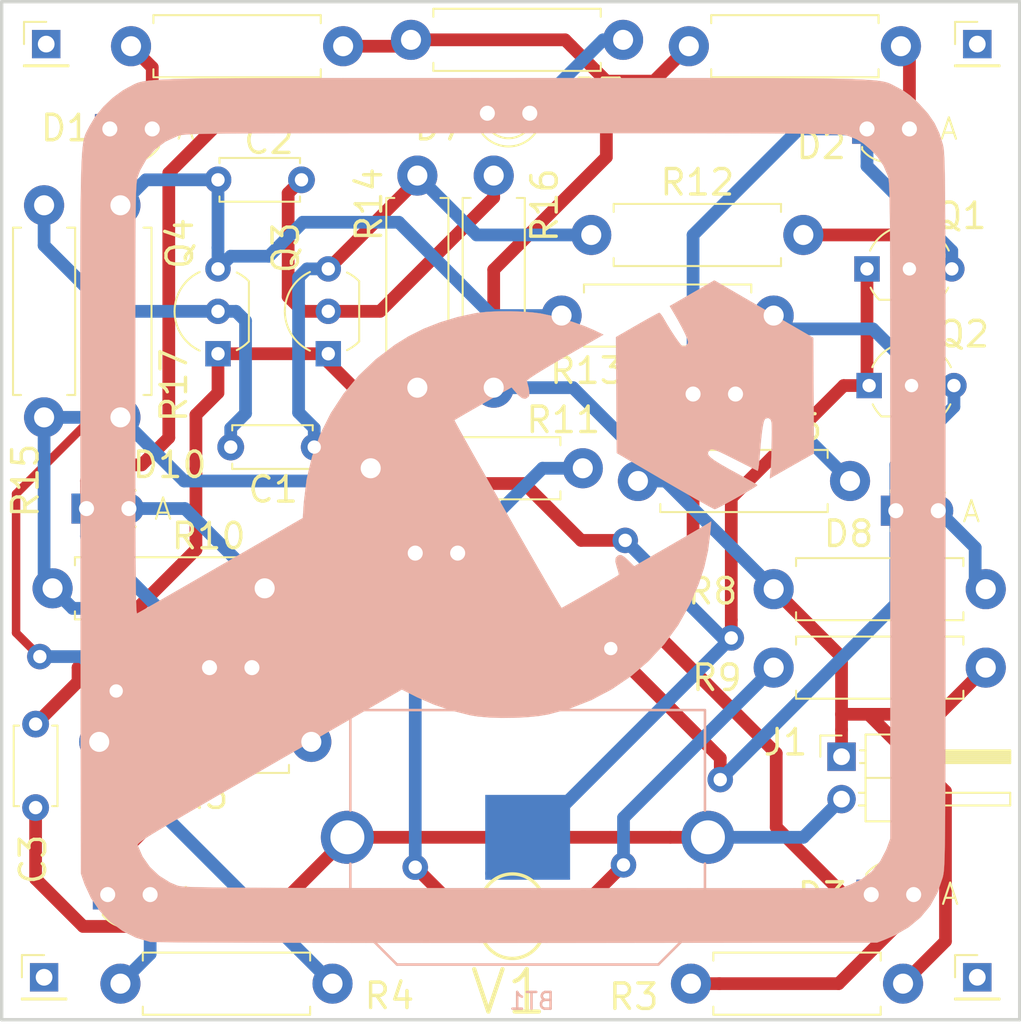
<source format=kicad_pcb>
(kicad_pcb (version 20171130) (host pcbnew "(5.0.1)-4")

  (general
    (thickness 1.6)
    (drawings 18)
    (tracks 212)
    (zones 0)
    (modules 42)
    (nets 23)
  )

  (page A4)
  (layers
    (0 F.Cu signal hide)
    (31 B.Cu signal hide)
    (32 B.Adhes user hide)
    (33 F.Adhes user hide)
    (34 B.Paste user hide)
    (35 F.Paste user hide)
    (36 B.SilkS user hide)
    (37 F.SilkS user)
    (38 B.Mask user hide)
    (39 F.Mask user)
    (40 Dwgs.User user hide)
    (41 Cmts.User user hide)
    (42 Eco1.User user hide)
    (43 Eco2.User user hide)
    (44 Edge.Cuts user)
    (45 Margin user hide)
    (46 B.CrtYd user hide)
    (47 F.CrtYd user hide)
    (48 B.Fab user hide)
    (49 F.Fab user hide)
  )

  (setup
    (last_trace_width 0.762)
    (trace_clearance 0.508)
    (zone_clearance 0.254)
    (zone_45_only no)
    (trace_min 0.254)
    (segment_width 0.2)
    (edge_width 0.2)
    (via_size 1.524)
    (via_drill 0.8001)
    (via_min_size 1.524)
    (via_min_drill 0.7874)
    (uvia_size 1.524)
    (uvia_drill 0.7874)
    (uvias_allowed no)
    (uvia_min_size 0.254)
    (uvia_min_drill 0.1)
    (pcb_text_width 0.3)
    (pcb_text_size 1.5 1.5)
    (mod_edge_width 0.15)
    (mod_text_size 1 1)
    (mod_text_width 0.15)
    (pad_size 2.54 2.5)
    (pad_drill 0)
    (pad_to_mask_clearance 0.2032)
    (solder_mask_min_width 0.254)
    (aux_axis_origin 0 0)
    (visible_elements 7FFFFFFF)
    (pcbplotparams
      (layerselection 0x010e0_ffffffff)
      (usegerberextensions false)
      (usegerberattributes false)
      (usegerberadvancedattributes false)
      (creategerberjobfile false)
      (excludeedgelayer true)
      (linewidth 0.100000)
      (plotframeref false)
      (viasonmask false)
      (mode 1)
      (useauxorigin false)
      (hpglpennumber 1)
      (hpglpenspeed 20)
      (hpglpendiameter 15.000000)
      (psnegative false)
      (psa4output false)
      (plotreference true)
      (plotvalue true)
      (plotinvisibletext false)
      (padsonsilk false)
      (subtractmaskfromsilk false)
      (outputformat 1)
      (mirror false)
      (drillshape 0)
      (scaleselection 1)
      (outputdirectory "PCB-Order/"))
  )

  (net 0 "")
  (net 1 GND)
  (net 2 "Net-(D1-Pad2)")
  (net 3 "Net-(D2-Pad2)")
  (net 4 "Net-(D3-Pad2)")
  (net 5 "Net-(D4-Pad2)")
  (net 6 "Net-(D5-Pad2)")
  (net 7 "Net-(D6-Pad2)")
  (net 8 VCC)
  (net 9 "Net-(C2-Pad2)")
  (net 10 "Net-(D1-Pad1)")
  (net 11 "Net-(D7-Pad2)")
  (net 12 "Net-(D8-Pad2)")
  (net 13 "Net-(D9-Pad2)")
  (net 14 "Net-(D10-Pad2)")
  (net 15 "Net-(D11-Pad2)")
  (net 16 "Net-(Q1-Pad2)")
  (net 17 "Net-(Q2-Pad2)")
  (net 18 "Net-(BT1-Pad1)")
  (net 19 "Net-(C1-Pad2)")
  (net 20 "Net-(C1-Pad1)")
  (net 21 "Net-(C2-Pad1)")
  (net 22 "Net-(D10-Pad1)")

  (net_class Default "This is the default net class."
    (clearance 0.508)
    (trace_width 0.762)
    (via_dia 1.524)
    (via_drill 0.8001)
    (uvia_dia 1.524)
    (uvia_drill 0.7874)
    (diff_pair_gap 2.54)
    (diff_pair_width 2.54)
    (add_net GND)
    (add_net "Net-(BT1-Pad1)")
    (add_net "Net-(C1-Pad1)")
    (add_net "Net-(C1-Pad2)")
    (add_net "Net-(C2-Pad1)")
    (add_net "Net-(C2-Pad2)")
    (add_net "Net-(D1-Pad1)")
    (add_net "Net-(D1-Pad2)")
    (add_net "Net-(D10-Pad1)")
    (add_net "Net-(D10-Pad2)")
    (add_net "Net-(D11-Pad2)")
    (add_net "Net-(D2-Pad2)")
    (add_net "Net-(D3-Pad2)")
    (add_net "Net-(D4-Pad2)")
    (add_net "Net-(D5-Pad2)")
    (add_net "Net-(D6-Pad2)")
    (add_net "Net-(D7-Pad2)")
    (add_net "Net-(D8-Pad2)")
    (add_net "Net-(D9-Pad2)")
    (add_net "Net-(Q1-Pad2)")
    (add_net "Net-(Q2-Pad2)")
    (add_net VCC)
  )

  (net_class SMT ""
    (clearance 0.508)
    (trace_width 0.508)
    (via_dia 1.524)
    (via_drill 0.8001)
    (uvia_dia 1.524)
    (uvia_drill 0.7874)
    (diff_pair_gap 2.54)
    (diff_pair_width 2.54)
  )

  (module Pin_Headers:Pin_Header_Angled_1x02_Pitch2.54mm (layer F.Cu) (tedit 5C737510) (tstamp 5C708EDD)
    (at 170.18 98.552)
    (descr "Through hole angled pin header, 1x02, 2.54mm pitch, 6mm pin length, single row")
    (tags "Through hole angled pin header THT 1x02 2.54mm single row")
    (path /5C7A3D24)
    (fp_text reference J1 (at -3.3528 -0.8636) (layer F.SilkS)
      (effects (font (size 1.524 1.524) (thickness 0.2032)))
    )
    (fp_text value Conn_01x02 (at 4.385 4.81) (layer F.Fab)
      (effects (font (size 1 1) (thickness 0.15)))
    )
    (fp_text user %R (at 2.77 1.27 90) (layer F.Fab)
      (effects (font (size 1 1) (thickness 0.15)))
    )
    (fp_line (start 10.55 -1.8) (end -1.8 -1.8) (layer F.CrtYd) (width 0.05))
    (fp_line (start 10.55 4.35) (end 10.55 -1.8) (layer F.CrtYd) (width 0.05))
    (fp_line (start -1.8 4.35) (end 10.55 4.35) (layer F.CrtYd) (width 0.05))
    (fp_line (start -1.8 -1.8) (end -1.8 4.35) (layer F.CrtYd) (width 0.05))
    (fp_line (start -1.27 -1.27) (end 0 -1.27) (layer F.SilkS) (width 0.12))
    (fp_line (start -1.27 0) (end -1.27 -1.27) (layer F.SilkS) (width 0.12))
    (fp_line (start 1.042929 2.92) (end 1.44 2.92) (layer F.SilkS) (width 0.12))
    (fp_line (start 1.042929 2.16) (end 1.44 2.16) (layer F.SilkS) (width 0.12))
    (fp_line (start 10.1 2.92) (end 4.1 2.92) (layer F.SilkS) (width 0.12))
    (fp_line (start 10.1 2.16) (end 10.1 2.92) (layer F.SilkS) (width 0.12))
    (fp_line (start 4.1 2.16) (end 10.1 2.16) (layer F.SilkS) (width 0.12))
    (fp_line (start 1.44 1.27) (end 4.1 1.27) (layer F.SilkS) (width 0.12))
    (fp_line (start 1.11 0.38) (end 1.44 0.38) (layer F.SilkS) (width 0.12))
    (fp_line (start 1.11 -0.38) (end 1.44 -0.38) (layer F.SilkS) (width 0.12))
    (fp_line (start 4.1 0.28) (end 10.1 0.28) (layer F.SilkS) (width 0.12))
    (fp_line (start 4.1 0.16) (end 10.1 0.16) (layer F.SilkS) (width 0.12))
    (fp_line (start 4.1 0.04) (end 10.1 0.04) (layer F.SilkS) (width 0.12))
    (fp_line (start 4.1 -0.08) (end 10.1 -0.08) (layer F.SilkS) (width 0.12))
    (fp_line (start 4.1 -0.2) (end 10.1 -0.2) (layer F.SilkS) (width 0.12))
    (fp_line (start 4.1 -0.32) (end 10.1 -0.32) (layer F.SilkS) (width 0.12))
    (fp_line (start 10.1 0.38) (end 4.1 0.38) (layer F.SilkS) (width 0.12))
    (fp_line (start 10.1 -0.38) (end 10.1 0.38) (layer F.SilkS) (width 0.12))
    (fp_line (start 4.1 -0.38) (end 10.1 -0.38) (layer F.SilkS) (width 0.12))
    (fp_line (start 4.1 -1.33) (end 1.44 -1.33) (layer F.SilkS) (width 0.12))
    (fp_line (start 4.1 3.87) (end 4.1 -1.33) (layer F.SilkS) (width 0.12))
    (fp_line (start 1.44 3.87) (end 4.1 3.87) (layer F.SilkS) (width 0.12))
    (fp_line (start 1.44 -1.33) (end 1.44 3.87) (layer F.SilkS) (width 0.12))
    (fp_line (start 4.04 2.86) (end 10.04 2.86) (layer F.Fab) (width 0.1))
    (fp_line (start 10.04 2.22) (end 10.04 2.86) (layer F.Fab) (width 0.1))
    (fp_line (start 4.04 2.22) (end 10.04 2.22) (layer F.Fab) (width 0.1))
    (fp_line (start -0.32 2.86) (end 1.5 2.86) (layer F.Fab) (width 0.1))
    (fp_line (start -0.32 2.22) (end -0.32 2.86) (layer F.Fab) (width 0.1))
    (fp_line (start -0.32 2.22) (end 1.5 2.22) (layer F.Fab) (width 0.1))
    (fp_line (start 4.04 0.32) (end 10.04 0.32) (layer F.Fab) (width 0.1))
    (fp_line (start 10.04 -0.32) (end 10.04 0.32) (layer F.Fab) (width 0.1))
    (fp_line (start 4.04 -0.32) (end 10.04 -0.32) (layer F.Fab) (width 0.1))
    (fp_line (start -0.32 0.32) (end 1.5 0.32) (layer F.Fab) (width 0.1))
    (fp_line (start -0.32 -0.32) (end -0.32 0.32) (layer F.Fab) (width 0.1))
    (fp_line (start -0.32 -0.32) (end 1.5 -0.32) (layer F.Fab) (width 0.1))
    (fp_line (start 1.5 -0.635) (end 2.135 -1.27) (layer F.Fab) (width 0.1))
    (fp_line (start 1.5 3.81) (end 1.5 -0.635) (layer F.Fab) (width 0.1))
    (fp_line (start 4.04 3.81) (end 1.5 3.81) (layer F.Fab) (width 0.1))
    (fp_line (start 4.04 -1.27) (end 4.04 3.81) (layer F.Fab) (width 0.1))
    (fp_line (start 2.135 -1.27) (end 4.04 -1.27) (layer F.Fab) (width 0.1))
    (pad 2 thru_hole oval (at 0 2.54) (size 1.7 1.7) (drill 1) (layers *.Cu *.Mask)
      (net 18 "Net-(BT1-Pad1)"))
    (pad 1 thru_hole rect (at 0 0) (size 1.7 1.7) (drill 1) (layers *.Cu *.Mask)
      (net 8 VCC))
    (model ${KISYS3DMOD}/Pin_Headers.3dshapes/Pin_Header_Angled_1x02_Pitch2.54mm.wrl
      (at (xyz 0 0 0))
      (scale (xyz 1 1 1))
      (rotate (xyz 0 0 0))
    )
  )

  (module "Rays Footprints:Keystone-3035-CR2032-Coin" (layer B.Cu) (tedit 5C701D3A) (tstamp 5C708314)
    (at 151.384 103.378 180)
    (path /5C7010F5)
    (fp_text reference BT1 (at -0.254 -9.8044 180) (layer B.SilkS)
      (effects (font (size 1 1) (thickness 0.15)) (justify mirror))
    )
    (fp_text value Battery_Cell (at -0.0508 -7.8232 180) (layer B.Fab)
      (effects (font (size 1 1) (thickness 0.15)) (justify mirror))
    )
    (fp_line (start -10.6045 7.62) (end 10.6045 7.62) (layer B.SilkS) (width 0.1524))
    (fp_line (start 7.8232 -7.62) (end 10.6172 -4.826) (layer B.SilkS) (width 0.1524))
    (fp_line (start 10.6172 1.6002) (end 10.6172 7.62) (layer B.SilkS) (width 0.1524))
    (fp_line (start 7.8232 -7.62) (end -7.8232 -7.62) (layer B.SilkS) (width 0.1524))
    (fp_line (start -7.8232 -7.62) (end -10.6172 -4.826) (layer B.SilkS) (width 0.1524))
    (fp_circle (center 5.6134 -4.318) (end 8.1534 -4.318) (layer B.Fab) (width 0.1524))
    (fp_circle (center -5.6134 -4.318) (end -3.0734 -4.318) (layer B.Fab) (width 0.1524))
    (fp_line (start 0 7.874) (end 0 10.414) (layer B.SilkS) (width 0.1524))
    (fp_line (start 0 7.874) (end 0.762 8.636) (layer B.SilkS) (width 0.1524))
    (fp_line (start 0 7.874) (end -0.762 8.636) (layer B.SilkS) (width 0.1524))
    (fp_line (start 11.176 -10.668) (end 11.176 27.432) (layer B.CrtYd) (width 0.1524))
    (fp_line (start -11.176 -10.668) (end -11.176 27.432) (layer B.CrtYd) (width 0.1524))
    (fp_line (start -11.176 27.432) (end 11.176 27.432) (layer B.CrtYd) (width 0.1524))
    (fp_line (start -11.176 -10.668) (end 11.176 -10.668) (layer B.CrtYd) (width 0.1524))
    (fp_circle (center 0 0) (end 10.163175 0) (layer B.Fab) (width 0.1524))
    (fp_line (start 10.6172 -4.826) (end 10.6172 -1.5748) (layer B.SilkS) (width 0.1524))
    (fp_line (start -10.6172 1.6002) (end -10.6172 7.62) (layer B.SilkS) (width 0.1524))
    (fp_line (start -10.6172 -4.826) (end -10.6172 -1.5748) (layer B.SilkS) (width 0.1524))
    (pad 1 thru_hole circle (at -10.795 0 90) (size 3.175 3.175) (drill 2.032) (layers *.Cu *.Mask)
      (net 18 "Net-(BT1-Pad1)"))
    (pad 1 thru_hole circle (at 10.795 0 180) (size 3.175 3.175) (drill 2.032) (layers *.Cu *.Mask)
      (net 18 "Net-(BT1-Pad1)"))
    (pad 2 smd rect (at 0 0 180) (size 5.08 5.08) (layers B.Cu B.Paste B.Mask)
      (net 1 GND))
  )

  (module LEDs:LED_D3.0mm (layer F.Cu) (tedit 5C6F713C) (tstamp 5C738C74)
    (at 126.238 106.807)
    (descr "LED, diameter 3.0mm, 2 pins")
    (tags "LED diameter 3.0mm 2 pins")
    (path /5C6F5728)
    (fp_text reference D4 (at -0.1524 -3.0226) (layer F.SilkS)
      (effects (font (size 1.524 1.524) (thickness 0.2032)))
    )
    (fp_text value LED (at 1.27 -2.921) (layer F.Fab)
      (effects (font (size 1 1) (thickness 0.15)))
    )
    (fp_arc (start 1.27 0) (end -0.23 -1.16619) (angle 284.3) (layer F.Fab) (width 0.1))
    (fp_arc (start 1.27 0) (end -0.29 -1.235516) (angle 108.8) (layer F.SilkS) (width 0.12))
    (fp_arc (start 1.27 0) (end -0.29 1.235516) (angle -108.8) (layer F.SilkS) (width 0.12))
    (fp_arc (start 1.27 0) (end 0.229039 -1.08) (angle 87.9) (layer F.SilkS) (width 0.12))
    (fp_arc (start 1.27 0) (end 0.229039 1.08) (angle -87.9) (layer F.SilkS) (width 0.12))
    (fp_circle (center 1.27 0) (end 2.77 0) (layer F.Fab) (width 0.1))
    (fp_line (start -0.23 -1.16619) (end -0.23 1.16619) (layer F.Fab) (width 0.1))
    (fp_line (start -0.29 -1.236) (end -0.29 -1.08) (layer F.SilkS) (width 0.12))
    (fp_line (start -0.29 1.08) (end -0.29 1.236) (layer F.SilkS) (width 0.12))
    (fp_line (start -1.15 -2.25) (end -1.15 2.25) (layer F.CrtYd) (width 0.05))
    (fp_line (start -1.15 2.25) (end 3.7 2.25) (layer F.CrtYd) (width 0.05))
    (fp_line (start 3.7 2.25) (end 3.7 -2.25) (layer F.CrtYd) (width 0.05))
    (fp_line (start 3.7 -2.25) (end -1.15 -2.25) (layer F.CrtYd) (width 0.05))
    (pad 1 thru_hole rect (at 0 0) (size 1.778 1.778) (drill 0.9) (layers *.Cu *.Mask)
      (net 10 "Net-(D1-Pad1)"))
    (pad 2 thru_hole circle (at 2.54 0) (size 2.032 2.032) (drill 0.9) (layers *.Cu *.Mask)
      (net 5 "Net-(D4-Pad2)"))
    (model ${KISYS3DMOD}/LEDs.3dshapes/LED_D3.0mm.wrl
      (at (xyz 0 0 0))
      (scale (xyz 0.393701 0.393701 0.393701))
      (rotate (xyz 0 0 0))
    )
  )

  (module LEDs:LED_D3.0mm (layer F.Cu) (tedit 5C6F7153) (tstamp 5C6F60A6)
    (at 171.958 106.807)
    (descr "LED, diameter 3.0mm, 2 pins")
    (tags "LED diameter 3.0mm 2 pins")
    (path /5C6F56F7)
    (fp_text reference D3 (at -2.921 0.0635) (layer F.SilkS)
      (effects (font (size 1.524 1.524) (thickness 0.2032)))
    )
    (fp_text value LED (at 1.27 -2.921) (layer F.Fab)
      (effects (font (size 1 1) (thickness 0.15)))
    )
    (fp_line (start 3.7 -2.25) (end -1.15 -2.25) (layer F.CrtYd) (width 0.05))
    (fp_line (start 3.7 2.25) (end 3.7 -2.25) (layer F.CrtYd) (width 0.05))
    (fp_line (start -1.15 2.25) (end 3.7 2.25) (layer F.CrtYd) (width 0.05))
    (fp_line (start -1.15 -2.25) (end -1.15 2.25) (layer F.CrtYd) (width 0.05))
    (fp_line (start -0.29 1.08) (end -0.29 1.236) (layer F.SilkS) (width 0.12))
    (fp_line (start -0.29 -1.236) (end -0.29 -1.08) (layer F.SilkS) (width 0.12))
    (fp_line (start -0.23 -1.16619) (end -0.23 1.16619) (layer F.Fab) (width 0.1))
    (fp_circle (center 1.27 0) (end 2.77 0) (layer F.Fab) (width 0.1))
    (fp_arc (start 1.27 0) (end 0.229039 1.08) (angle -87.9) (layer F.SilkS) (width 0.12))
    (fp_arc (start 1.27 0) (end 0.229039 -1.08) (angle 87.9) (layer F.SilkS) (width 0.12))
    (fp_arc (start 1.27 0) (end -0.29 1.235516) (angle -108.8) (layer F.SilkS) (width 0.12))
    (fp_arc (start 1.27 0) (end -0.29 -1.235516) (angle 108.8) (layer F.SilkS) (width 0.12))
    (fp_arc (start 1.27 0) (end -0.23 -1.16619) (angle 284.3) (layer F.Fab) (width 0.1))
    (pad 2 thru_hole circle (at 2.54 0) (size 2.032 2.032) (drill 0.9) (layers *.Cu *.Mask)
      (net 4 "Net-(D3-Pad2)"))
    (pad 1 thru_hole rect (at 0 0) (size 1.778 1.778) (drill 0.9) (layers *.Cu *.Mask)
      (net 10 "Net-(D1-Pad1)"))
    (model ${KISYS3DMOD}/LEDs.3dshapes/LED_D3.0mm.wrl
      (at (xyz 0 0 0))
      (scale (xyz 0.393701 0.393701 0.393701))
      (rotate (xyz 0 0 0))
    )
  )

  (module LEDs:LED_D3.0mm (layer F.Cu) (tedit 5C6F7131) (tstamp 5C70558C)
    (at 126.365 60.96)
    (descr "LED, diameter 3.0mm, 2 pins")
    (tags "LED diameter 3.0mm 2 pins")
    (path /5C6F5677)
    (fp_text reference D1 (at -2.6416 -0.0508) (layer F.SilkS)
      (effects (font (size 1.524 1.524) (thickness 0.2032)))
    )
    (fp_text value LED (at 1.143 -2.54) (layer F.Fab)
      (effects (font (size 1 1) (thickness 0.15)))
    )
    (fp_arc (start 1.27 0) (end -0.23 -1.16619) (angle 284.3) (layer F.Fab) (width 0.1))
    (fp_arc (start 1.27 0) (end -0.29 -1.235516) (angle 108.8) (layer F.SilkS) (width 0.12))
    (fp_arc (start 1.27 0) (end -0.29 1.235516) (angle -108.8) (layer F.SilkS) (width 0.12))
    (fp_arc (start 1.27 0) (end 0.229039 -1.08) (angle 87.9) (layer F.SilkS) (width 0.12))
    (fp_arc (start 1.27 0) (end 0.229039 1.08) (angle -87.9) (layer F.SilkS) (width 0.12))
    (fp_circle (center 1.27 0) (end 2.77 0) (layer F.Fab) (width 0.1))
    (fp_line (start -0.23 -1.16619) (end -0.23 1.16619) (layer F.Fab) (width 0.1))
    (fp_line (start -0.29 -1.236) (end -0.29 -1.08) (layer F.SilkS) (width 0.12))
    (fp_line (start -0.29 1.08) (end -0.29 1.236) (layer F.SilkS) (width 0.12))
    (fp_line (start -1.15 -2.25) (end -1.15 2.25) (layer F.CrtYd) (width 0.05))
    (fp_line (start -1.15 2.25) (end 3.7 2.25) (layer F.CrtYd) (width 0.05))
    (fp_line (start 3.7 2.25) (end 3.7 -2.25) (layer F.CrtYd) (width 0.05))
    (fp_line (start 3.7 -2.25) (end -1.15 -2.25) (layer F.CrtYd) (width 0.05))
    (pad 1 thru_hole rect (at 0 0) (size 1.778 1.778) (drill 0.9) (layers *.Cu *.Mask)
      (net 10 "Net-(D1-Pad1)"))
    (pad 2 thru_hole circle (at 2.54 0) (size 2.032 2.032) (drill 0.9) (layers *.Cu *.Mask)
      (net 2 "Net-(D1-Pad2)"))
    (model ${KISYS3DMOD}/LEDs.3dshapes/LED_D3.0mm.wrl
      (at (xyz 0 0 0))
      (scale (xyz 0.393701 0.393701 0.393701))
      (rotate (xyz 0 0 0))
    )
  )

  (module LEDs:LED_D3.0mm (layer F.Cu) (tedit 5C6F7166) (tstamp 5C6F6093)
    (at 171.704 60.96)
    (descr "LED, diameter 3.0mm, 2 pins")
    (tags "LED diameter 3.0mm 2 pins")
    (path /5C6F56D9)
    (fp_text reference D2 (at -2.7432 1.016) (layer F.SilkS)
      (effects (font (size 1.524 1.524) (thickness 0.2032)))
    )
    (fp_text value LED (at 1.27 -2.794) (layer F.Fab)
      (effects (font (size 1 1) (thickness 0.15)))
    )
    (fp_arc (start 1.27 0) (end -0.23 -1.16619) (angle 284.3) (layer F.Fab) (width 0.1))
    (fp_arc (start 1.27 0) (end -0.29 -1.235516) (angle 108.8) (layer F.SilkS) (width 0.12))
    (fp_arc (start 1.27 0) (end -0.29 1.235516) (angle -108.8) (layer F.SilkS) (width 0.12))
    (fp_arc (start 1.27 0) (end 0.229039 -1.08) (angle 87.9) (layer F.SilkS) (width 0.12))
    (fp_arc (start 1.27 0) (end 0.229039 1.08) (angle -87.9) (layer F.SilkS) (width 0.12))
    (fp_circle (center 1.27 0) (end 2.77 0) (layer F.Fab) (width 0.1))
    (fp_line (start -0.23 -1.16619) (end -0.23 1.16619) (layer F.Fab) (width 0.1))
    (fp_line (start -0.29 -1.236) (end -0.29 -1.08) (layer F.SilkS) (width 0.12))
    (fp_line (start -0.29 1.08) (end -0.29 1.236) (layer F.SilkS) (width 0.12))
    (fp_line (start -1.15 -2.25) (end -1.15 2.25) (layer F.CrtYd) (width 0.05))
    (fp_line (start -1.15 2.25) (end 3.7 2.25) (layer F.CrtYd) (width 0.05))
    (fp_line (start 3.7 2.25) (end 3.7 -2.25) (layer F.CrtYd) (width 0.05))
    (fp_line (start 3.7 -2.25) (end -1.15 -2.25) (layer F.CrtYd) (width 0.05))
    (pad 1 thru_hole rect (at 0 0) (size 1.778 1.778) (drill 0.9) (layers *.Cu *.Mask)
      (net 10 "Net-(D1-Pad1)"))
    (pad 2 thru_hole circle (at 2.54 0) (size 2.032 2.032) (drill 0.9) (layers *.Cu *.Mask)
      (net 3 "Net-(D2-Pad2)"))
    (model ${KISYS3DMOD}/LEDs.3dshapes/LED_D3.0mm.wrl
      (at (xyz 0 0 0))
      (scale (xyz 0.393701 0.393701 0.393701))
      (rotate (xyz 0 0 0))
    )
  )

  (module LEDs:LED_D3.0mm (layer F.Cu) (tedit 5C6F715F) (tstamp 5C6F60CC)
    (at 132.334 93.218)
    (descr "LED, diameter 3.0mm, 2 pins")
    (tags "LED diameter 3.0mm 2 pins")
    (path /5C6F5750)
    (fp_text reference D5 (at -2.4384 -0.1016) (layer F.SilkS)
      (effects (font (size 1.524 1.524) (thickness 0.2032)))
    )
    (fp_text value LED (at 1.27 -2.794) (layer F.Fab)
      (effects (font (size 1 1) (thickness 0.15)))
    )
    (fp_line (start 3.7 -2.25) (end -1.15 -2.25) (layer F.CrtYd) (width 0.05))
    (fp_line (start 3.7 2.25) (end 3.7 -2.25) (layer F.CrtYd) (width 0.05))
    (fp_line (start -1.15 2.25) (end 3.7 2.25) (layer F.CrtYd) (width 0.05))
    (fp_line (start -1.15 -2.25) (end -1.15 2.25) (layer F.CrtYd) (width 0.05))
    (fp_line (start -0.29 1.08) (end -0.29 1.236) (layer F.SilkS) (width 0.12))
    (fp_line (start -0.29 -1.236) (end -0.29 -1.08) (layer F.SilkS) (width 0.12))
    (fp_line (start -0.23 -1.16619) (end -0.23 1.16619) (layer F.Fab) (width 0.1))
    (fp_circle (center 1.27 0) (end 2.77 0) (layer F.Fab) (width 0.1))
    (fp_arc (start 1.27 0) (end 0.229039 1.08) (angle -87.9) (layer F.SilkS) (width 0.12))
    (fp_arc (start 1.27 0) (end 0.229039 -1.08) (angle 87.9) (layer F.SilkS) (width 0.12))
    (fp_arc (start 1.27 0) (end -0.29 1.235516) (angle -108.8) (layer F.SilkS) (width 0.12))
    (fp_arc (start 1.27 0) (end -0.29 -1.235516) (angle 108.8) (layer F.SilkS) (width 0.12))
    (fp_arc (start 1.27 0) (end -0.23 -1.16619) (angle 284.3) (layer F.Fab) (width 0.1))
    (pad 2 thru_hole circle (at 2.54 0) (size 2.032 2.032) (drill 0.9) (layers *.Cu *.Mask)
      (net 6 "Net-(D5-Pad2)"))
    (pad 1 thru_hole rect (at 0 0) (size 1.778 1.778) (drill 0.9) (layers *.Cu *.Mask)
      (net 10 "Net-(D1-Pad1)"))
    (model ${KISYS3DMOD}/LEDs.3dshapes/LED_D3.0mm.wrl
      (at (xyz 0 0 0))
      (scale (xyz 0.393701 0.393701 0.393701))
      (rotate (xyz 0 0 0))
    )
  )

  (module LEDs:LED_D3.0mm (layer F.Cu) (tedit 5C6F7162) (tstamp 5C6F60DF)
    (at 161.29 76.835)
    (descr "LED, diameter 3.0mm, 2 pins")
    (tags "LED diameter 3.0mm 2 pins")
    (path /5C71463E)
    (fp_text reference D6 (at -2.6924 0.5588) (layer F.SilkS)
      (effects (font (size 1.524 1.524) (thickness 0.2032)))
    )
    (fp_text value LED (at 1.27 -2.667) (layer F.Fab)
      (effects (font (size 1 1) (thickness 0.15)))
    )
    (fp_line (start 3.7 -2.25) (end -1.15 -2.25) (layer F.CrtYd) (width 0.05))
    (fp_line (start 3.7 2.25) (end 3.7 -2.25) (layer F.CrtYd) (width 0.05))
    (fp_line (start -1.15 2.25) (end 3.7 2.25) (layer F.CrtYd) (width 0.05))
    (fp_line (start -1.15 -2.25) (end -1.15 2.25) (layer F.CrtYd) (width 0.05))
    (fp_line (start -0.29 1.08) (end -0.29 1.236) (layer F.SilkS) (width 0.12))
    (fp_line (start -0.29 -1.236) (end -0.29 -1.08) (layer F.SilkS) (width 0.12))
    (fp_line (start -0.23 -1.16619) (end -0.23 1.16619) (layer F.Fab) (width 0.1))
    (fp_circle (center 1.27 0) (end 2.77 0) (layer F.Fab) (width 0.1))
    (fp_arc (start 1.27 0) (end 0.229039 1.08) (angle -87.9) (layer F.SilkS) (width 0.12))
    (fp_arc (start 1.27 0) (end 0.229039 -1.08) (angle 87.9) (layer F.SilkS) (width 0.12))
    (fp_arc (start 1.27 0) (end -0.29 1.235516) (angle -108.8) (layer F.SilkS) (width 0.12))
    (fp_arc (start 1.27 0) (end -0.29 -1.235516) (angle 108.8) (layer F.SilkS) (width 0.12))
    (fp_arc (start 1.27 0) (end -0.23 -1.16619) (angle 284.3) (layer F.Fab) (width 0.1))
    (pad 2 thru_hole circle (at 2.54 0) (size 2.032 2.032) (drill 0.9) (layers *.Cu *.Mask)
      (net 7 "Net-(D6-Pad2)"))
    (pad 1 thru_hole rect (at 0 0) (size 1.778 1.778) (drill 0.9) (layers *.Cu *.Mask)
      (net 10 "Net-(D1-Pad1)"))
    (model ${KISYS3DMOD}/LEDs.3dshapes/LED_D3.0mm.wrl
      (at (xyz 0 0 0))
      (scale (xyz 0.393701 0.393701 0.393701))
      (rotate (xyz 0 0 0))
    )
  )

  (module LEDs:LED_D3.0mm (layer F.Cu) (tedit 5C6F7747) (tstamp 5C6F7DDF)
    (at 148.971 60.0202)
    (descr "LED, diameter 3.0mm, 2 pins")
    (tags "LED diameter 3.0mm 2 pins")
    (path /5C714644)
    (fp_text reference D7 (at -2.8702 0.8382) (layer F.SilkS)
      (effects (font (size 1.524 1.524) (thickness 0.2032)))
    )
    (fp_text value LED (at 1.27 -2.413) (layer F.Fab)
      (effects (font (size 1 1) (thickness 0.15)))
    )
    (fp_line (start 3.7 -2.25) (end -1.15 -2.25) (layer F.CrtYd) (width 0.05))
    (fp_line (start 3.7 2.25) (end 3.7 -2.25) (layer F.CrtYd) (width 0.05))
    (fp_line (start -1.15 2.25) (end 3.7 2.25) (layer F.CrtYd) (width 0.05))
    (fp_line (start -1.15 -2.25) (end -1.15 2.25) (layer F.CrtYd) (width 0.05))
    (fp_line (start -0.29 1.08) (end -0.29 1.236) (layer F.SilkS) (width 0.12))
    (fp_line (start -0.29 -1.236) (end -0.29 -1.08) (layer F.SilkS) (width 0.12))
    (fp_line (start -0.23 -1.16619) (end -0.23 1.16619) (layer F.Fab) (width 0.1))
    (fp_circle (center 1.27 0) (end 2.77 0) (layer F.Fab) (width 0.1))
    (fp_arc (start 1.27 0) (end 0.229039 1.08) (angle -87.9) (layer F.SilkS) (width 0.12))
    (fp_arc (start 1.27 0) (end 0.229039 -1.08) (angle 87.9) (layer F.SilkS) (width 0.12))
    (fp_arc (start 1.27 0) (end -0.29 1.235516) (angle -108.8) (layer F.SilkS) (width 0.12))
    (fp_arc (start 1.27 0) (end -0.29 -1.235516) (angle 108.8) (layer F.SilkS) (width 0.12))
    (fp_arc (start 1.27 0) (end -0.23 -1.16619) (angle 284.3) (layer F.Fab) (width 0.1))
    (pad 2 thru_hole circle (at 2.54 0) (size 1.8 1.8) (drill 0.9) (layers *.Cu *.Mask)
      (net 11 "Net-(D7-Pad2)"))
    (pad 1 thru_hole rect (at 0 0) (size 1.8 1.8) (drill 0.9) (layers *.Cu *.Mask)
      (net 22 "Net-(D10-Pad1)"))
    (model ${KISYS3DMOD}/LEDs.3dshapes/LED_D3.0mm.wrl
      (at (xyz 0 0 0))
      (scale (xyz 0.393701 0.393701 0.393701))
      (rotate (xyz 0 0 0))
    )
  )

  (module LEDs:LED_D3.0mm (layer F.Cu) (tedit 5C6F76DA) (tstamp 5C6F7DF2)
    (at 173.4312 83.82)
    (descr "LED, diameter 3.0mm, 2 pins")
    (tags "LED diameter 3.0mm 2 pins")
    (path /5C71464A)
    (fp_text reference D8 (at -2.8321 1.3843) (layer F.SilkS)
      (effects (font (size 1.524 1.524) (thickness 0.2032)))
    )
    (fp_text value LED (at 1.0668 -2.54) (layer F.Fab)
      (effects (font (size 1 1) (thickness 0.15)))
    )
    (fp_arc (start 1.27 0) (end -0.23 -1.16619) (angle 284.3) (layer F.Fab) (width 0.1))
    (fp_arc (start 1.27 0) (end -0.29 -1.235516) (angle 108.8) (layer F.SilkS) (width 0.12))
    (fp_arc (start 1.27 0) (end -0.29 1.235516) (angle -108.8) (layer F.SilkS) (width 0.12))
    (fp_arc (start 1.27 0) (end 0.229039 -1.08) (angle 87.9) (layer F.SilkS) (width 0.12))
    (fp_arc (start 1.27 0) (end 0.229039 1.08) (angle -87.9) (layer F.SilkS) (width 0.12))
    (fp_circle (center 1.27 0) (end 2.77 0) (layer F.Fab) (width 0.1))
    (fp_line (start -0.23 -1.16619) (end -0.23 1.16619) (layer F.Fab) (width 0.1))
    (fp_line (start -0.29 -1.236) (end -0.29 -1.08) (layer F.SilkS) (width 0.12))
    (fp_line (start -0.29 1.08) (end -0.29 1.236) (layer F.SilkS) (width 0.12))
    (fp_line (start -1.15 -2.25) (end -1.15 2.25) (layer F.CrtYd) (width 0.05))
    (fp_line (start -1.15 2.25) (end 3.7 2.25) (layer F.CrtYd) (width 0.05))
    (fp_line (start 3.7 2.25) (end 3.7 -2.25) (layer F.CrtYd) (width 0.05))
    (fp_line (start 3.7 -2.25) (end -1.15 -2.25) (layer F.CrtYd) (width 0.05))
    (pad 1 thru_hole rect (at 0 0) (size 1.8 1.8) (drill 0.9) (layers *.Cu *.Mask)
      (net 22 "Net-(D10-Pad1)"))
    (pad 2 thru_hole circle (at 2.54 0) (size 1.8 1.8) (drill 0.9) (layers *.Cu *.Mask)
      (net 12 "Net-(D8-Pad2)"))
    (model ${KISYS3DMOD}/LEDs.3dshapes/LED_D3.0mm.wrl
      (at (xyz 0 0 0))
      (scale (xyz 0.393701 0.393701 0.393701))
      (rotate (xyz 0 0 0))
    )
  )

  (module LEDs:LED_D3.0mm (layer F.Cu) (tedit 5C6F7760) (tstamp 5C6F7E18)
    (at 124.968 83.693)
    (descr "LED, diameter 3.0mm, 2 pins")
    (tags "LED diameter 3.0mm 2 pins")
    (path /5C714656)
    (fp_text reference D10 (at 4.9784 -2.6162) (layer F.SilkS)
      (effects (font (size 1.524 1.524) (thickness 0.2032)))
    )
    (fp_text value LED (at 1.27 -2.667) (layer F.Fab)
      (effects (font (size 1 1) (thickness 0.15)))
    )
    (fp_arc (start 1.27 0) (end -0.23 -1.16619) (angle 284.3) (layer F.Fab) (width 0.1))
    (fp_arc (start 1.27 0) (end -0.29 -1.235516) (angle 108.8) (layer F.SilkS) (width 0.12))
    (fp_arc (start 1.27 0) (end -0.29 1.235516) (angle -108.8) (layer F.SilkS) (width 0.12))
    (fp_arc (start 1.27 0) (end 0.229039 -1.08) (angle 87.9) (layer F.SilkS) (width 0.12))
    (fp_arc (start 1.27 0) (end 0.229039 1.08) (angle -87.9) (layer F.SilkS) (width 0.12))
    (fp_circle (center 1.27 0) (end 2.77 0) (layer F.Fab) (width 0.1))
    (fp_line (start -0.23 -1.16619) (end -0.23 1.16619) (layer F.Fab) (width 0.1))
    (fp_line (start -0.29 -1.236) (end -0.29 -1.08) (layer F.SilkS) (width 0.12))
    (fp_line (start -0.29 1.08) (end -0.29 1.236) (layer F.SilkS) (width 0.12))
    (fp_line (start -1.15 -2.25) (end -1.15 2.25) (layer F.CrtYd) (width 0.05))
    (fp_line (start -1.15 2.25) (end 3.7 2.25) (layer F.CrtYd) (width 0.05))
    (fp_line (start 3.7 2.25) (end 3.7 -2.25) (layer F.CrtYd) (width 0.05))
    (fp_line (start 3.7 -2.25) (end -1.15 -2.25) (layer F.CrtYd) (width 0.05))
    (pad 1 thru_hole rect (at 0 0) (size 1.8 1.8) (drill 0.9) (layers *.Cu *.Mask)
      (net 22 "Net-(D10-Pad1)"))
    (pad 2 thru_hole circle (at 2.54 0) (size 1.8 1.8) (drill 0.9) (layers *.Cu *.Mask)
      (net 14 "Net-(D10-Pad2)"))
    (model ${KISYS3DMOD}/LEDs.3dshapes/LED_D3.0mm.wrl
      (at (xyz 0 0 0))
      (scale (xyz 0.393701 0.393701 0.393701))
      (rotate (xyz 0 0 0))
    )
  )

  (module LEDs:LED_D3.0mm (layer F.Cu) (tedit 5C6F76E3) (tstamp 5C6F7E2B)
    (at 144.653 86.36)
    (descr "LED, diameter 3.0mm, 2 pins")
    (tags "LED diameter 3.0mm 2 pins")
    (path /5C6FD4CE)
    (fp_text reference D11 (at -3.4544 0.0127) (layer F.SilkS)
      (effects (font (size 1.524 1.524) (thickness 0.2032)))
    )
    (fp_text value LED (at 2.159 3.048) (layer F.Fab)
      (effects (font (size 1 1) (thickness 0.15)))
    )
    (fp_line (start 3.7 -2.25) (end -1.15 -2.25) (layer F.CrtYd) (width 0.05))
    (fp_line (start 3.7 2.25) (end 3.7 -2.25) (layer F.CrtYd) (width 0.05))
    (fp_line (start -1.15 2.25) (end 3.7 2.25) (layer F.CrtYd) (width 0.05))
    (fp_line (start -1.15 -2.25) (end -1.15 2.25) (layer F.CrtYd) (width 0.05))
    (fp_line (start -0.29 1.08) (end -0.29 1.236) (layer F.SilkS) (width 0.12))
    (fp_line (start -0.29 -1.236) (end -0.29 -1.08) (layer F.SilkS) (width 0.12))
    (fp_line (start -0.23 -1.16619) (end -0.23 1.16619) (layer F.Fab) (width 0.1))
    (fp_circle (center 1.27 0) (end 2.77 0) (layer F.Fab) (width 0.1))
    (fp_arc (start 1.27 0) (end 0.229039 1.08) (angle -87.9) (layer F.SilkS) (width 0.12))
    (fp_arc (start 1.27 0) (end 0.229039 -1.08) (angle 87.9) (layer F.SilkS) (width 0.12))
    (fp_arc (start 1.27 0) (end -0.29 1.235516) (angle -108.8) (layer F.SilkS) (width 0.12))
    (fp_arc (start 1.27 0) (end -0.29 -1.235516) (angle 108.8) (layer F.SilkS) (width 0.12))
    (fp_arc (start 1.27 0) (end -0.23 -1.16619) (angle 284.3) (layer F.Fab) (width 0.1))
    (pad 2 thru_hole circle (at 2.54 0) (size 1.8 1.8) (drill 0.9) (layers *.Cu *.Mask)
      (net 15 "Net-(D11-Pad2)"))
    (pad 1 thru_hole rect (at 0 0) (size 1.8 1.8) (drill 0.9) (layers *.Cu *.Mask)
      (net 22 "Net-(D10-Pad1)"))
    (model ${KISYS3DMOD}/LEDs.3dshapes/LED_D3.0mm.wrl
      (at (xyz 0 0 0))
      (scale (xyz 0.393701 0.393701 0.393701))
      (rotate (xyz 0 0 0))
    )
  )

  (module TO_SOT_Packages_THT:TO-92_Inline_Wide (layer F.Cu) (tedit 5C703380) (tstamp 5C6F8FA7)
    (at 171.704 69.342)
    (descr "TO-92 leads in-line, wide, drill 0.8mm (see NXP sot054_po.pdf)")
    (tags "to-92 sc-43 sc-43a sot54 PA33 transistor")
    (path /5C6F7B41)
    (fp_text reference Q1 (at 5.6388 -3.175 180) (layer F.SilkS)
      (effects (font (size 1.524 1.524) (thickness 0.2032)))
    )
    (fp_text value 2N3904 (at 2.54 -1.905) (layer F.Fab)
      (effects (font (size 1 1) (thickness 0.15)))
    )
    (fp_text user %R (at 2.54 -3.429 180) (layer F.Fab)
      (effects (font (size 1 1) (thickness 0.15)))
    )
    (fp_line (start 0.74 1.85) (end 4.34 1.85) (layer F.SilkS) (width 0.12))
    (fp_line (start 0.8 1.75) (end 4.3 1.75) (layer F.Fab) (width 0.1))
    (fp_line (start -1.01 -2.73) (end 6.09 -2.73) (layer F.CrtYd) (width 0.05))
    (fp_line (start -1.01 -2.73) (end -1.01 2.01) (layer F.CrtYd) (width 0.05))
    (fp_line (start 6.09 2.01) (end 6.09 -2.73) (layer F.CrtYd) (width 0.05))
    (fp_line (start 6.09 2.01) (end -1.01 2.01) (layer F.CrtYd) (width 0.05))
    (fp_arc (start 2.54 0) (end 0.74 1.85) (angle 20) (layer F.SilkS) (width 0.12))
    (fp_arc (start 2.54 0) (end 2.54 -2.6) (angle -65) (layer F.SilkS) (width 0.12))
    (fp_arc (start 2.54 0) (end 2.54 -2.6) (angle 65) (layer F.SilkS) (width 0.12))
    (fp_arc (start 2.54 0) (end 2.54 -2.48) (angle 135) (layer F.Fab) (width 0.1))
    (fp_arc (start 2.54 0) (end 2.54 -2.48) (angle -135) (layer F.Fab) (width 0.1))
    (fp_arc (start 2.54 0) (end 4.34 1.85) (angle -20) (layer F.SilkS) (width 0.12))
    (pad 2 thru_hole circle (at 2.54 0 90) (size 1.52 1.52) (drill 0.8) (layers *.Cu *.Mask)
      (net 16 "Net-(Q1-Pad2)"))
    (pad 3 thru_hole circle (at 5.08 0 90) (size 1.52 1.52) (drill 0.8) (layers *.Cu *.Mask)
      (net 10 "Net-(D1-Pad1)"))
    (pad 1 thru_hole rect (at 0 0 90) (size 1.52 1.52) (drill 0.8) (layers *.Cu *.Mask)
      (net 1 GND))
    (model ${KISYS3DMOD}/TO_SOT_Packages_THT.3dshapes/TO-92_Inline_Wide.wrl
      (offset (xyz 2.539999961853027 0 0))
      (scale (xyz 1 1 1))
      (rotate (xyz 0 0 -90))
    )
  )

  (module TO_SOT_Packages_THT:TO-92_Inline_Wide (layer F.Cu) (tedit 5C70337C) (tstamp 5C6F8F6E)
    (at 171.831 76.327)
    (descr "TO-92 leads in-line, wide, drill 0.8mm (see NXP sot054_po.pdf)")
    (tags "to-92 sc-43 sc-43a sot54 PA33 transistor")
    (path /5C77F2AF)
    (fp_text reference Q2 (at 5.6642 -3.0734 180) (layer F.SilkS)
      (effects (font (size 1.524 1.524) (thickness 0.2032)))
    )
    (fp_text value 2N3904 (at 2.413 -1.905) (layer F.Fab)
      (effects (font (size 1 1) (thickness 0.15)))
    )
    (fp_arc (start 2.54 0) (end 4.34 1.85) (angle -20) (layer F.SilkS) (width 0.12))
    (fp_arc (start 2.54 0) (end 2.54 -2.48) (angle -135) (layer F.Fab) (width 0.1))
    (fp_arc (start 2.54 0) (end 2.54 -2.48) (angle 135) (layer F.Fab) (width 0.1))
    (fp_arc (start 2.54 0) (end 2.54 -2.6) (angle 65) (layer F.SilkS) (width 0.12))
    (fp_arc (start 2.54 0) (end 2.54 -2.6) (angle -65) (layer F.SilkS) (width 0.12))
    (fp_arc (start 2.54 0) (end 0.74 1.85) (angle 20) (layer F.SilkS) (width 0.12))
    (fp_line (start 6.09 2.01) (end -1.01 2.01) (layer F.CrtYd) (width 0.05))
    (fp_line (start 6.09 2.01) (end 6.09 -2.73) (layer F.CrtYd) (width 0.05))
    (fp_line (start -1.01 -2.73) (end -1.01 2.01) (layer F.CrtYd) (width 0.05))
    (fp_line (start -1.01 -2.73) (end 6.09 -2.73) (layer F.CrtYd) (width 0.05))
    (fp_line (start 0.8 1.75) (end 4.3 1.75) (layer F.Fab) (width 0.1))
    (fp_line (start 0.74 1.85) (end 4.34 1.85) (layer F.SilkS) (width 0.12))
    (fp_text user %R (at 2.54 -3.175 180) (layer F.Fab)
      (effects (font (size 1 1) (thickness 0.15)))
    )
    (pad 1 thru_hole rect (at 0 0 90) (size 1.52 1.52) (drill 0.8) (layers *.Cu *.Mask)
      (net 1 GND))
    (pad 3 thru_hole circle (at 5.08 0 90) (size 1.52 1.52) (drill 0.8) (layers *.Cu *.Mask)
      (net 22 "Net-(D10-Pad1)"))
    (pad 2 thru_hole circle (at 2.54 0 90) (size 1.52 1.52) (drill 0.8) (layers *.Cu *.Mask)
      (net 17 "Net-(Q2-Pad2)"))
    (model ${KISYS3DMOD}/TO_SOT_Packages_THT.3dshapes/TO-92_Inline_Wide.wrl
      (offset (xyz 2.539999961853027 0 0))
      (scale (xyz 1 1 1))
      (rotate (xyz 0 0 -90))
    )
  )

  (module TO_SOT_Packages_THT:TO-92_Inline_Wide (layer F.Cu) (tedit 5C704004) (tstamp 5C707D65)
    (at 139.446 74.422 90)
    (descr "TO-92 leads in-line, wide, drill 0.8mm (see NXP sot054_po.pdf)")
    (tags "to-92 sc-43 sc-43a sot54 PA33 transistor")
    (path /5C75AB19)
    (fp_text reference Q3 (at 6.35 -2.54 270) (layer F.SilkS)
      (effects (font (size 1.524 1.524) (thickness 0.2032)))
    )
    (fp_text value 2N3904 (at 2.54 2.79 90) (layer F.Fab)
      (effects (font (size 1 1) (thickness 0.15)))
    )
    (fp_arc (start 2.54 0) (end 4.34 1.85) (angle -20) (layer F.SilkS) (width 0.12))
    (fp_arc (start 2.54 0) (end 2.54 -2.48) (angle -135) (layer F.Fab) (width 0.1))
    (fp_arc (start 2.54 0) (end 2.54 -2.48) (angle 135) (layer F.Fab) (width 0.1))
    (fp_arc (start 2.54 0) (end 2.54 -2.6) (angle 65) (layer F.SilkS) (width 0.12))
    (fp_arc (start 2.54 0) (end 2.54 -2.6) (angle -65) (layer F.SilkS) (width 0.12))
    (fp_arc (start 2.54 0) (end 0.74 1.85) (angle 20) (layer F.SilkS) (width 0.12))
    (fp_line (start 6.09 2.01) (end -1.01 2.01) (layer F.CrtYd) (width 0.05))
    (fp_line (start 6.09 2.01) (end 6.09 -2.73) (layer F.CrtYd) (width 0.05))
    (fp_line (start -1.01 -2.73) (end -1.01 2.01) (layer F.CrtYd) (width 0.05))
    (fp_line (start -1.01 -2.73) (end 6.09 -2.73) (layer F.CrtYd) (width 0.05))
    (fp_line (start 0.8 1.75) (end 4.3 1.75) (layer F.Fab) (width 0.1))
    (fp_line (start 0.74 1.85) (end 4.34 1.85) (layer F.SilkS) (width 0.12))
    (fp_text user %R (at 2.54 -3.56 270) (layer F.Fab)
      (effects (font (size 1 1) (thickness 0.15)))
    )
    (pad 1 thru_hole rect (at 0 0 180) (size 1.52 1.52) (drill 0.8) (layers *.Cu *.Mask)
      (net 1 GND))
    (pad 3 thru_hole circle (at 5.08 0 180) (size 1.52 1.52) (drill 0.8) (layers *.Cu *.Mask)
      (net 20 "Net-(C1-Pad1)"))
    (pad 2 thru_hole circle (at 2.54 0 180) (size 1.52 1.52) (drill 0.8) (layers *.Cu *.Mask)
      (net 21 "Net-(C2-Pad1)"))
    (model ${KISYS3DMOD}/TO_SOT_Packages_THT.3dshapes/TO-92_Inline_Wide.wrl
      (offset (xyz 2.539999961853027 0 0))
      (scale (xyz 1 1 1))
      (rotate (xyz 0 0 -90))
    )
  )

  (module TO_SOT_Packages_THT:TO-92_Inline_Wide (layer F.Cu) (tedit 5C703FFD) (tstamp 5C706D77)
    (at 132.842 74.422 90)
    (descr "TO-92 leads in-line, wide, drill 0.8mm (see NXP sot054_po.pdf)")
    (tags "to-92 sc-43 sc-43a sot54 PA33 transistor")
    (path /5C75AA23)
    (fp_text reference Q4 (at 6.604 -2.286 270) (layer F.SilkS)
      (effects (font (size 1.524 1.524) (thickness 0.2032)))
    )
    (fp_text value 2N3904 (at 2.54 2.79 90) (layer F.Fab)
      (effects (font (size 1 1) (thickness 0.15)))
    )
    (fp_text user %R (at 2.54 -3.56 270) (layer F.Fab)
      (effects (font (size 1 1) (thickness 0.15)))
    )
    (fp_line (start 0.74 1.85) (end 4.34 1.85) (layer F.SilkS) (width 0.12))
    (fp_line (start 0.8 1.75) (end 4.3 1.75) (layer F.Fab) (width 0.1))
    (fp_line (start -1.01 -2.73) (end 6.09 -2.73) (layer F.CrtYd) (width 0.05))
    (fp_line (start -1.01 -2.73) (end -1.01 2.01) (layer F.CrtYd) (width 0.05))
    (fp_line (start 6.09 2.01) (end 6.09 -2.73) (layer F.CrtYd) (width 0.05))
    (fp_line (start 6.09 2.01) (end -1.01 2.01) (layer F.CrtYd) (width 0.05))
    (fp_arc (start 2.54 0) (end 0.74 1.85) (angle 20) (layer F.SilkS) (width 0.12))
    (fp_arc (start 2.54 0) (end 2.54 -2.6) (angle -65) (layer F.SilkS) (width 0.12))
    (fp_arc (start 2.54 0) (end 2.54 -2.6) (angle 65) (layer F.SilkS) (width 0.12))
    (fp_arc (start 2.54 0) (end 2.54 -2.48) (angle 135) (layer F.Fab) (width 0.1))
    (fp_arc (start 2.54 0) (end 2.54 -2.48) (angle -135) (layer F.Fab) (width 0.1))
    (fp_arc (start 2.54 0) (end 4.34 1.85) (angle -20) (layer F.SilkS) (width 0.12))
    (pad 2 thru_hole circle (at 2.54 0 180) (size 1.52 1.52) (drill 0.8) (layers *.Cu *.Mask)
      (net 19 "Net-(C1-Pad2)"))
    (pad 3 thru_hole circle (at 5.08 0 180) (size 1.52 1.52) (drill 0.8) (layers *.Cu *.Mask)
      (net 9 "Net-(C2-Pad2)"))
    (pad 1 thru_hole rect (at 0 0 180) (size 1.52 1.52) (drill 0.8) (layers *.Cu *.Mask)
      (net 1 GND))
    (model ${KISYS3DMOD}/TO_SOT_Packages_THT.3dshapes/TO-92_Inline_Wide.wrl
      (offset (xyz 2.539999961853027 0 0))
      (scale (xyz 1 1 1))
      (rotate (xyz 0 0 -90))
    )
  )

  (module Capacitors_THT:C_Disc_D4.7mm_W2.5mm_P5.00mm (layer F.Cu) (tedit 5C7042BA) (tstamp 5C707106)
    (at 138.604 80.01 180)
    (descr "C, Disc series, Radial, pin pitch=5.00mm, , diameter*width=4.7*2.5mm^2, Capacitor, http://www.vishay.com/docs/45233/krseries.pdf")
    (tags "C Disc series Radial pin pitch 5.00mm  diameter 4.7mm width 2.5mm Capacitor")
    (path /5C6F7D25)
    (fp_text reference C1 (at 2.46 -2.54 180) (layer F.SilkS)
      (effects (font (size 1.524 1.524) (thickness 0.2032)))
    )
    (fp_text value 0.1u (at 2.5 2.56 180) (layer F.Fab)
      (effects (font (size 1 1) (thickness 0.15)))
    )
    (fp_text user %R (at 2.5 0 180) (layer F.Fab)
      (effects (font (size 1 1) (thickness 0.15)))
    )
    (fp_line (start 6.05 -1.6) (end -1.05 -1.6) (layer F.CrtYd) (width 0.05))
    (fp_line (start 6.05 1.6) (end 6.05 -1.6) (layer F.CrtYd) (width 0.05))
    (fp_line (start -1.05 1.6) (end 6.05 1.6) (layer F.CrtYd) (width 0.05))
    (fp_line (start -1.05 -1.6) (end -1.05 1.6) (layer F.CrtYd) (width 0.05))
    (fp_line (start 4.91 0.996) (end 4.91 1.31) (layer F.SilkS) (width 0.12))
    (fp_line (start 4.91 -1.31) (end 4.91 -0.996) (layer F.SilkS) (width 0.12))
    (fp_line (start 0.09 0.996) (end 0.09 1.31) (layer F.SilkS) (width 0.12))
    (fp_line (start 0.09 -1.31) (end 0.09 -0.996) (layer F.SilkS) (width 0.12))
    (fp_line (start 0.09 1.31) (end 4.91 1.31) (layer F.SilkS) (width 0.12))
    (fp_line (start 0.09 -1.31) (end 4.91 -1.31) (layer F.SilkS) (width 0.12))
    (fp_line (start 4.85 -1.25) (end 0.15 -1.25) (layer F.Fab) (width 0.1))
    (fp_line (start 4.85 1.25) (end 4.85 -1.25) (layer F.Fab) (width 0.1))
    (fp_line (start 0.15 1.25) (end 4.85 1.25) (layer F.Fab) (width 0.1))
    (fp_line (start 0.15 -1.25) (end 0.15 1.25) (layer F.Fab) (width 0.1))
    (pad 2 thru_hole circle (at 5 0 180) (size 1.6 1.6) (drill 0.8) (layers *.Cu *.Mask)
      (net 19 "Net-(C1-Pad2)"))
    (pad 1 thru_hole circle (at 0 0 180) (size 1.6 1.6) (drill 0.8) (layers *.Cu *.Mask)
      (net 20 "Net-(C1-Pad1)"))
    (model ${KISYS3DMOD}/Capacitors_THT.3dshapes/C_Disc_D4.7mm_W2.5mm_P5.00mm.wrl
      (at (xyz 0 0 0))
      (scale (xyz 1 1 1))
      (rotate (xyz 0 0 0))
    )
  )

  (module Capacitors_THT:C_Disc_D4.7mm_W2.5mm_P5.00mm (layer F.Cu) (tedit 5C70400A) (tstamp 5C707C06)
    (at 137.842 64.008 180)
    (descr "C, Disc series, Radial, pin pitch=5.00mm, , diameter*width=4.7*2.5mm^2, Capacitor, http://www.vishay.com/docs/45233/krseries.pdf")
    (tags "C Disc series Radial pin pitch 5.00mm  diameter 4.7mm width 2.5mm Capacitor")
    (path /5C7550CD)
    (fp_text reference C2 (at 1.952 2.3368 180) (layer F.SilkS)
      (effects (font (size 1.524 1.524) (thickness 0.2032)))
    )
    (fp_text value 0.1u (at 2.5 2.56 180) (layer F.Fab)
      (effects (font (size 1 1) (thickness 0.15)))
    )
    (fp_text user %R (at 2.5 0 180) (layer F.Fab)
      (effects (font (size 1 1) (thickness 0.15)))
    )
    (fp_line (start 6.05 -1.6) (end -1.05 -1.6) (layer F.CrtYd) (width 0.05))
    (fp_line (start 6.05 1.6) (end 6.05 -1.6) (layer F.CrtYd) (width 0.05))
    (fp_line (start -1.05 1.6) (end 6.05 1.6) (layer F.CrtYd) (width 0.05))
    (fp_line (start -1.05 -1.6) (end -1.05 1.6) (layer F.CrtYd) (width 0.05))
    (fp_line (start 4.91 0.996) (end 4.91 1.31) (layer F.SilkS) (width 0.12))
    (fp_line (start 4.91 -1.31) (end 4.91 -0.996) (layer F.SilkS) (width 0.12))
    (fp_line (start 0.09 0.996) (end 0.09 1.31) (layer F.SilkS) (width 0.12))
    (fp_line (start 0.09 -1.31) (end 0.09 -0.996) (layer F.SilkS) (width 0.12))
    (fp_line (start 0.09 1.31) (end 4.91 1.31) (layer F.SilkS) (width 0.12))
    (fp_line (start 0.09 -1.31) (end 4.91 -1.31) (layer F.SilkS) (width 0.12))
    (fp_line (start 4.85 -1.25) (end 0.15 -1.25) (layer F.Fab) (width 0.1))
    (fp_line (start 4.85 1.25) (end 4.85 -1.25) (layer F.Fab) (width 0.1))
    (fp_line (start 0.15 1.25) (end 4.85 1.25) (layer F.Fab) (width 0.1))
    (fp_line (start 0.15 -1.25) (end 0.15 1.25) (layer F.Fab) (width 0.1))
    (pad 2 thru_hole circle (at 5 0 180) (size 1.6 1.6) (drill 0.8) (layers *.Cu *.Mask)
      (net 9 "Net-(C2-Pad2)"))
    (pad 1 thru_hole circle (at 0 0 180) (size 1.6 1.6) (drill 0.8) (layers *.Cu *.Mask)
      (net 21 "Net-(C2-Pad1)"))
    (model ${KISYS3DMOD}/Capacitors_THT.3dshapes/C_Disc_D4.7mm_W2.5mm_P5.00mm.wrl
      (at (xyz 0 0 0))
      (scale (xyz 1 1 1))
      (rotate (xyz 0 0 0))
    )
  )

  (module km-noob-badge-kit:km-logo-back-silkscreen (layer F.Cu) (tedit 5C7049FC) (tstamp 5C7091E4)
    (at 150.495 83.82)
    (path /5C6F8B27)
    (fp_text reference KM_LOGO1 (at -1.3462 12.5984) (layer F.SilkS) hide
      (effects (font (size 1.524 1.524) (thickness 0.3)))
    )
    (fp_text value KM_LOGO_FOOTPRINT (at 1.27 15.1384) (layer F.SilkS) hide
      (effects (font (size 1.524 1.524) (thickness 0.3)))
    )
    (fp_poly (pts (xy 17.991667 -10.353404) (xy 18.011727 -6.891202) (xy 18.031786 -3.429) (xy 17.208232 -2.963333)
      (xy 16.809195 -2.73729) (xy 16.403742 -2.506921) (xy 16.050792 -2.305732) (xy 15.88595 -2.211366)
      (xy 15.387222 -1.925066) (xy 15.440676 -2.465366) (xy 15.461161 -2.758837) (xy 15.479056 -3.17421)
      (xy 15.493341 -3.664062) (xy 15.502997 -4.18097) (xy 15.507005 -4.67751) (xy 15.504344 -5.106259)
      (xy 15.500791 -5.261441) (xy 15.438558 -5.459083) (xy 15.299872 -5.551936) (xy 15.134802 -5.513036)
      (xy 15.095433 -5.479719) (xy 15.034007 -5.35175) (xy 14.974165 -5.08787) (xy 14.914859 -4.680415)
      (xy 14.855043 -4.121724) (xy 14.793668 -3.404131) (xy 14.771113 -3.1071) (xy 14.740742 -2.779606)
      (xy 14.705879 -2.531546) (xy 14.672212 -2.399311) (xy 14.658612 -2.387433) (xy 14.567801 -2.432315)
      (xy 14.351534 -2.540955) (xy 14.035351 -2.700472) (xy 13.644792 -2.897983) (xy 13.27596 -3.084829)
      (xy 12.787709 -3.32973) (xy 12.426841 -3.503021) (xy 12.171505 -3.613109) (xy 11.999848 -3.6684)
      (xy 11.890019 -3.677302) (xy 11.820165 -3.64822) (xy 11.817381 -3.645962) (xy 11.717675 -3.543593)
      (xy 11.680163 -3.44002) (xy 11.717054 -3.32501) (xy 11.840557 -3.18833) (xy 12.062882 -3.019745)
      (xy 12.396239 -2.809023) (xy 12.852837 -2.545929) (xy 13.444886 -2.220231) (xy 13.6525 -2.107832)
      (xy 14.018382 -1.906989) (xy 14.323205 -1.733451) (xy 14.539615 -1.603264) (xy 14.64026 -1.532473)
      (xy 14.644153 -1.526133) (xy 14.572788 -1.466812) (xy 14.381584 -1.344413) (xy 14.100101 -1.175562)
      (xy 13.757901 -0.976884) (xy 13.384547 -0.765007) (xy 13.0096 -0.556556) (xy 12.662622 -0.368159)
      (xy 12.373173 -0.216442) (xy 12.170817 -0.118031) (xy 12.08844 -0.088719) (xy 11.993637 -0.131025)
      (xy 11.769218 -0.24996) (xy 11.431529 -0.436307) (xy 10.996916 -0.680852) (xy 10.481725 -0.974379)
      (xy 9.902301 -1.307674) (xy 9.274991 -1.671521) (xy 9.101667 -1.772555) (xy 6.223 -3.452337)
      (xy 6.200902 -6.924326) (xy 6.178803 -10.396315) (xy 7.440174 -11.124824) (xy 7.857721 -11.363601)
      (xy 8.225543 -11.569445) (xy 8.51824 -11.728502) (xy 8.710411 -11.826918) (xy 8.774606 -11.852681)
      (xy 8.854838 -11.7846) (xy 8.97702 -11.612101) (xy 9.047512 -11.492848) (xy 9.253144 -11.138092)
      (xy 9.477319 -10.775357) (xy 9.699119 -10.435786) (xy 9.897623 -10.150519) (xy 10.051915 -9.950697)
      (xy 10.138834 -9.868234) (xy 10.334811 -9.863004) (xy 10.469619 -9.983566) (xy 10.496439 -10.105558)
      (xy 10.451414 -10.278899) (xy 10.326851 -10.570796) (xy 10.134614 -10.957258) (xy 9.886569 -11.414295)
      (xy 9.627476 -11.862676) (xy 9.395768 -12.253019) (xy 10.391718 -12.826802) (xy 10.793769 -13.058473)
      (xy 11.174469 -13.27792) (xy 11.493573 -13.461938) (xy 11.710834 -13.587322) (xy 11.727523 -13.596963)
      (xy 12.067379 -13.793342) (xy 17.991667 -10.353404)) (layer B.SilkS) (width 0.01))
    (fp_poly (pts (xy -6.08759 -25.905587) (xy -4.110666 -25.905372) (xy -1.9762 -25.905146) (xy 0 -25.90506)
      (xy 2.275696 -25.905172) (xy 4.388384 -25.905405) (xy 6.344391 -25.905607) (xy 8.150043 -25.905622)
      (xy 9.811666 -25.905299) (xy 11.335585 -25.904482) (xy 12.728128 -25.903018) (xy 13.995619 -25.900753)
      (xy 15.144385 -25.897534) (xy 16.180752 -25.893207) (xy 17.111045 -25.887619) (xy 17.941592 -25.880615)
      (xy 18.678717 -25.872041) (xy 19.328746 -25.861745) (xy 19.898007 -25.849573) (xy 20.392824 -25.83537)
      (xy 20.819524 -25.818984) (xy 21.184432 -25.800259) (xy 21.493875 -25.779044) (xy 21.754179 -25.755183)
      (xy 21.971669 -25.728524) (xy 22.152672 -25.698912) (xy 22.303514 -25.666194) (xy 22.43052 -25.630216)
      (xy 22.540017 -25.590825) (xy 22.63833 -25.547866) (xy 22.731786 -25.501187) (xy 22.82671 -25.450633)
      (xy 22.929429 -25.39605) (xy 23.029334 -25.345521) (xy 23.422265 -25.127828) (xy 23.788781 -24.862978)
      (xy 24.180289 -24.512049) (xy 24.344759 -24.34959) (xy 24.864654 -23.772007) (xy 25.254087 -23.20452)
      (xy 25.541452 -22.598583) (xy 25.740746 -21.962871) (xy 25.758357 -21.891479) (xy 25.774687 -21.815924)
      (xy 25.789784 -21.729852) (xy 25.803697 -21.62691) (xy 25.816473 -21.500743) (xy 25.828161 -21.344997)
      (xy 25.838809 -21.15332) (xy 25.848467 -20.919356) (xy 25.857181 -20.636752) (xy 25.865002 -20.299154)
      (xy 25.871976 -19.900209) (xy 25.878153 -19.433562) (xy 25.883581 -18.89286) (xy 25.888308 -18.271748)
      (xy 25.892382 -17.563874) (xy 25.895853 -16.762882) (xy 25.898767 -15.86242) (xy 25.901175 -14.856133)
      (xy 25.903124 -13.737667) (xy 25.904662 -12.500669) (xy 25.905838 -11.138785) (xy 25.9067 -9.645661)
      (xy 25.907297 -8.014942) (xy 25.907678 -6.240276) (xy 25.907889 -4.315309) (xy 25.907981 -2.233685)
      (xy 25.908 0) (xy 25.907983 2.24351) (xy 25.9079 4.324044) (xy 25.907702 6.247957)
      (xy 25.907339 8.021607) (xy 25.906763 9.651349) (xy 25.905924 11.143541) (xy 25.904773 12.504539)
      (xy 25.903262 13.740699) (xy 25.901341 14.858379) (xy 25.898961 15.863934) (xy 25.896073 16.763721)
      (xy 25.892628 17.564097) (xy 25.888578 18.271418) (xy 25.883872 18.892041) (xy 25.878461 19.432322)
      (xy 25.872298 19.898618) (xy 25.865332 20.297286) (xy 25.857515 20.634682) (xy 25.848797 20.917162)
      (xy 25.83913 21.151083) (xy 25.828464 21.342802) (xy 25.816751 21.498676) (xy 25.80394 21.625059)
      (xy 25.789984 21.728311) (xy 25.774833 21.814786) (xy 25.758438 21.890841) (xy 25.74075 21.962834)
      (xy 25.738384 21.972107) (xy 25.430761 22.867758) (xy 24.991747 23.659135) (xy 24.419371 24.34835)
      (xy 23.711661 24.937511) (xy 22.866648 25.428731) (xy 22.271406 25.685608) (xy 21.801667 25.865667)
      (xy 0.211667 25.878045) (xy -1.692925 25.87887) (xy -3.555173 25.879154) (xy -5.36783 25.878914)
      (xy -7.123648 25.878169) (xy -8.815381 25.876938) (xy -10.435779 25.875239) (xy -11.977597 25.873091)
      (xy -13.433585 25.870512) (xy -14.796496 25.867521) (xy -16.059084 25.864136) (xy -17.214099 25.860376)
      (xy -18.254296 25.856259) (xy -19.172425 25.851805) (xy -19.961239 25.84703) (xy -20.613491 25.841955)
      (xy -21.121933 25.836598) (xy -21.479318 25.830976) (xy -21.678398 25.825109) (xy -21.717 25.821958)
      (xy -22.575544 25.564151) (xy -23.376123 25.157853) (xy -24.100888 24.619084) (xy -24.731988 23.963864)
      (xy -25.251573 23.208216) (xy -25.641793 22.36816) (xy -25.677408 22.267334) (xy -25.865666 21.717)
      (xy -25.887805 0.274412) (xy -25.890283 -2.015532) (xy -25.892719 -4.14243) (xy -25.894965 -6.112567)
      (xy -25.895563 -6.682279) (xy -22.606 -6.682279) (xy -22.605754 -4.896738) (xy -22.604979 -3.273787)
      (xy -22.60362 -1.806684) (xy -22.601621 -0.488687) (xy -22.598926 0.686948) (xy -22.59548 1.726961)
      (xy -22.591227 2.638097) (xy -22.586112 3.427096) (xy -22.580079 4.100702) (xy -22.573073 4.665657)
      (xy -22.565037 5.128703) (xy -22.555916 5.496583) (xy -22.545656 5.776039) (xy -22.534199 5.973813)
      (xy -22.521491 6.096649) (xy -22.507476 6.151287) (xy -22.500166 6.155229) (xy -22.410531 6.106438)
      (xy -22.186655 5.979935) (xy -21.840873 5.7828) (xy -21.385517 5.522117) (xy -20.83292 5.204965)
      (xy -20.195415 4.838429) (xy -19.485336 4.429588) (xy -18.715016 3.985526) (xy -17.896787 3.513323)
      (xy -17.483666 3.274719) (xy -12.573 0.437764) (xy -12.516393 -0.462279) (xy -12.344022 -1.887677)
      (xy -12.013149 -3.264683) (xy -11.53027 -4.582976) (xy -10.90188 -5.832235) (xy -10.134474 -7.002141)
      (xy -9.23455 -8.082374) (xy -8.208601 -9.062613) (xy -7.063124 -9.932539) (xy -6.230276 -10.449529)
      (xy -5.344216 -10.892164) (xy -4.349737 -11.280942) (xy -3.304171 -11.596649) (xy -2.26485 -11.820071)
      (xy -2.032 -11.856488) (xy -1.501243 -11.909662) (xy -0.861209 -11.937421) (xy -0.167869 -11.940447)
      (xy 0.522809 -11.919421) (xy 1.154856 -11.875025) (xy 1.651 -11.811654) (xy 2.259272 -11.683858)
      (xy 2.94314 -11.501904) (xy 3.642039 -11.284647) (xy 4.295405 -11.050941) (xy 4.842673 -10.81964)
      (xy 4.852656 -10.814914) (xy 5.429645 -10.541) (xy 3.116989 -9.210917) (xy 2.436668 -8.815621)
      (xy 1.865872 -8.475575) (xy 1.412634 -8.195851) (xy 1.084984 -7.981521) (xy 0.890955 -7.837654)
      (xy 0.837452 -7.771583) (xy 0.950771 -7.350411) (xy 0.993045 -7.058581) (xy 0.966642 -6.872841)
      (xy 0.934389 -6.819348) (xy 0.761671 -6.701716) (xy 0.559136 -6.738571) (xy 0.317396 -6.93278)
      (xy 0.223412 -7.036559) (xy -0.074371 -7.384452) (xy -1.751686 -6.431152) (xy -2.235854 -6.155149)
      (xy -2.670989 -5.905524) (xy -3.035328 -5.694891) (xy -3.307109 -5.535862) (xy -3.464572 -5.441049)
      (xy -3.494036 -5.421323) (xy -3.459467 -5.344691) (xy -3.348159 -5.135115) (xy -3.167954 -4.806347)
      (xy -2.926696 -4.372138) (xy -2.63223 -3.846239) (xy -2.292399 -3.242401) (xy -1.915046 -2.574376)
      (xy -1.508015 -1.855915) (xy -1.07915 -1.100769) (xy -0.636294 -0.322689) (xy -0.187292 0.464572)
      (xy 0.260014 1.247265) (xy 0.69778 2.011637) (xy 1.118161 2.743937) (xy 1.513315 3.430415)
      (xy 1.875398 4.057319) (xy 2.196566 4.610897) (xy 2.468975 5.077398) (xy 2.684782 5.443071)
      (xy 2.836142 5.694166) (xy 2.915214 5.816929) (xy 2.918948 5.821747) (xy 2.992361 5.786837)
      (xy 3.187 5.680537) (xy 3.478052 5.517172) (xy 3.840706 5.311066) (xy 4.25015 5.076545)
      (xy 4.681573 4.827932) (xy 5.110163 4.579555) (xy 5.511109 4.345736) (xy 5.859599 4.140801)
      (xy 6.130821 3.979075) (xy 6.299964 3.874883) (xy 6.343815 3.844408) (xy 6.339464 3.750062)
      (xy 6.28653 3.550466) (xy 6.23593 3.399758) (xy 6.14441 3.057568) (xy 6.163158 2.827528)
      (xy 6.295584 2.690426) (xy 6.367002 2.661604) (xy 6.507413 2.664728) (xy 6.685681 2.770306)
      (xy 6.903933 2.966866) (xy 7.270173 3.326304) (xy 9.371253 2.11389) (xy 9.922127 1.795569)
      (xy 10.433435 1.499272) (xy 10.884362 1.237126) (xy 11.254095 1.021258) (xy 11.52182 0.863796)
      (xy 11.666722 0.776868) (xy 11.676569 0.770668) (xy 11.880805 0.639859) (xy 11.821078 1.356033)
      (xy 11.688963 2.392261) (xy 11.462579 3.390265) (xy 11.129141 4.394278) (xy 10.675868 5.448537)
      (xy 10.581622 5.644883) (xy 9.897322 6.859882) (xy 9.078137 7.981292) (xy 8.136024 8.999857)
      (xy 7.082938 9.906317) (xy 5.930835 10.691417) (xy 4.691671 11.345898) (xy 3.377401 11.860502)
      (xy 2.112998 12.202274) (xy 1.521364 12.299297) (xy 0.821623 12.366132) (xy 0.06116 12.402272)
      (xy -0.712637 12.407208) (xy -1.452383 12.380433) (xy -2.110692 12.321439) (xy -2.54 12.25214)
      (xy -3.648803 11.972909) (xy -4.725645 11.609133) (xy -5.70707 11.18251) (xy -5.790876 11.140595)
      (xy -6.644915 10.708113) (xy -14.582937 15.278624) (xy -15.843465 16.004704) (xy -16.964889 16.651427)
      (xy -17.95508 17.223526) (xy -18.821913 17.725737) (xy -19.573258 18.162793) (xy -20.216988 18.53943)
      (xy -20.760976 18.860382) (xy -21.213095 19.130383) (xy -21.581217 19.354168) (xy -21.873213 19.536471)
      (xy -22.096958 19.682027) (xy -22.260323 19.795571) (xy -22.371181 19.881837) (xy -22.437405 19.94556)
      (xy -22.466866 19.991474) (xy -22.468585 20.021067) (xy -22.172268 20.711387) (xy -21.735502 21.330403)
      (xy -21.179898 21.855893) (xy -20.527071 22.265637) (xy -20.115449 22.440412) (xy -20.062861 22.457208)
      (xy -19.998761 22.472736) (xy -19.916606 22.48705) (xy -19.809854 22.500201) (xy -19.671963 22.512242)
      (xy -19.49639 22.523224) (xy -19.276594 22.533198) (xy -19.006032 22.542218) (xy -18.678161 22.550334)
      (xy -18.286441 22.5576) (xy -17.824328 22.564066) (xy -17.285279 22.569784) (xy -16.662754 22.574807)
      (xy -15.950209 22.579187) (xy -15.141103 22.582974) (xy -14.228893 22.586222) (xy -13.207036 22.588982)
      (xy -12.068991 22.591306) (xy -10.808216 22.593246) (xy -9.418168 22.594854) (xy -7.892304 22.596181)
      (xy -6.224084 22.59728) (xy -4.406963 22.598203) (xy -2.434401 22.599001) (xy -0.299855 22.599727)
      (xy -0.025018 22.599814) (xy 19.634964 22.606) (xy 20.180263 22.408067) (xy 20.898614 22.061727)
      (xy 21.508362 21.587448) (xy 22.000495 20.994243) (xy 22.365999 20.291125) (xy 22.408067 20.180263)
      (xy 22.606 19.634964) (xy 22.606 0.009403) (xy 22.60597 -2.141568) (xy 22.605844 -4.129777)
      (xy 22.605569 -5.961797) (xy 22.605093 -7.6442) (xy 22.604365 -9.183558) (xy 22.60333 -10.586441)
      (xy 22.601936 -11.859424) (xy 22.600132 -13.009077) (xy 22.597864 -14.041972) (xy 22.59508 -14.964681)
      (xy 22.591728 -15.783777) (xy 22.587755 -16.505832) (xy 22.583108 -17.137416) (xy 22.577734 -17.685103)
      (xy 22.571582 -18.155464) (xy 22.564599 -18.555072) (xy 22.556733 -18.890497) (xy 22.54793 -19.168313)
      (xy 22.538138 -19.39509) (xy 22.527305 -19.577402) (xy 22.515378 -19.72182) (xy 22.502305 -19.834916)
      (xy 22.488033 -19.923262) (xy 22.472509 -19.99343) (xy 22.455682 -20.051991) (xy 22.445417 -20.082899)
      (xy 22.192043 -20.667074) (xy 21.846883 -21.176955) (xy 21.450435 -21.598238) (xy 21.015295 -21.971435)
      (xy 20.598283 -22.234283) (xy 20.135775 -22.424727) (xy 19.987133 -22.470927) (xy 19.924991 -22.485858)
      (xy 19.839859 -22.499659) (xy 19.725254 -22.512374) (xy 19.5747 -22.524046) (xy 19.381714 -22.53472)
      (xy 19.139819 -22.544439) (xy 18.842534 -22.553247) (xy 18.483379 -22.561188) (xy 18.055875 -22.568305)
      (xy 17.553542 -22.574643) (xy 16.969901 -22.580244) (xy 16.298471 -22.585153) (xy 15.532774 -22.589414)
      (xy 14.666328 -22.59307) (xy 13.692656 -22.596164) (xy 12.605276 -22.598742) (xy 11.39771 -22.600846)
      (xy 10.063477 -22.60252) (xy 8.596098 -22.603808) (xy 6.989093 -22.604753) (xy 5.235983 -22.605401)
      (xy 3.330288 -22.605793) (xy 1.265528 -22.605974) (xy -0.018038 -22.606) (xy -2.16261 -22.60599)
      (xy -4.144454 -22.605921) (xy -5.970177 -22.605736) (xy -7.646383 -22.605377) (xy -9.179679 -22.604787)
      (xy -10.57667 -22.603907) (xy -11.843962 -22.602681) (xy -12.988161 -22.601051) (xy -14.015872 -22.598959)
      (xy -14.933702 -22.596347) (xy -15.748255 -22.593158) (xy -16.466138 -22.589334) (xy -17.093956 -22.584818)
      (xy -17.638315 -22.579552) (xy -18.105821 -22.573478) (xy -18.50308 -22.566539) (xy -18.836696 -22.558678)
      (xy -19.113277 -22.549835) (xy -19.339427 -22.539955) (xy -19.521752 -22.528979) (xy -19.666858 -22.51685)
      (xy -19.781352 -22.50351) (xy -19.871837 -22.488902) (xy -19.944921 -22.472967) (xy -20.007209 -22.455648)
      (xy -20.065307 -22.436889) (xy -20.082816 -22.431001) (xy -20.793622 -22.104966) (xy -21.414288 -21.644334)
      (xy -21.926234 -21.067666) (xy -22.310881 -20.393524) (xy -22.429782 -20.086435) (xy -22.453389 -20.014664)
      (xy -22.474788 -19.940774) (xy -22.494087 -19.856516) (xy -22.511394 -19.753639) (xy -22.526818 -19.623894)
      (xy -22.540467 -19.459031) (xy -22.55245 -19.250799) (xy -22.562876 -18.990948) (xy -22.571852 -18.671229)
      (xy -22.579487 -18.283392) (xy -22.58589 -17.819186) (xy -22.591169 -17.270362) (xy -22.595432 -16.62867)
      (xy -22.598789 -15.885859) (xy -22.601347 -15.033679) (xy -22.603215 -14.063881) (xy -22.604501 -12.968215)
      (xy -22.605314 -11.73843) (xy -22.605763 -10.366277) (xy -22.605955 -8.843505) (xy -22.605999 -7.161865)
      (xy -22.606 -6.682279) (xy -25.895563 -6.682279) (xy -25.896876 -7.932229) (xy -25.898306 -9.607704)
      (xy -25.899108 -11.145276) (xy -25.899135 -12.551233) (xy -25.898243 -13.831861) (xy -25.896284 -14.993447)
      (xy -25.893112 -16.042275) (xy -25.888582 -16.984634) (xy -25.882545 -17.826808) (xy -25.874858 -18.575085)
      (xy -25.865372 -19.235751) (xy -25.853942 -19.815092) (xy -25.840422 -20.319394) (xy -25.824665 -20.754943)
      (xy -25.806526 -21.128027) (xy -25.785857 -21.444931) (xy -25.762513 -21.711941) (xy -25.736347 -21.935344)
      (xy -25.707213 -22.121427) (xy -25.674965 -22.276475) (xy -25.639456 -22.406774) (xy -25.600541 -22.518612)
      (xy -25.558073 -22.618274) (xy -25.511905 -22.712047) (xy -25.461892 -22.806217) (xy -25.407887 -22.907071)
      (xy -25.349744 -23.020894) (xy -25.345602 -23.029333) (xy -24.985403 -23.621299) (xy -24.503691 -24.204122)
      (xy -23.944585 -24.733684) (xy -23.352203 -25.165869) (xy -23.029333 -25.345521) (xy -22.914784 -25.403708)
      (xy -22.813495 -25.457735) (xy -22.719142 -25.507753) (xy -22.625397 -25.553918) (xy -22.525936 -25.596383)
      (xy -22.414432 -25.635301) (xy -22.284558 -25.670827) (xy -22.12999 -25.703114) (xy -21.944401 -25.732316)
      (xy -21.721464 -25.758586) (xy -21.454855 -25.782078) (xy -21.138247 -25.802946) (xy -20.765315 -25.821344)
      (xy -20.329731 -25.837425) (xy -19.82517 -25.851343) (xy -19.245307 -25.863251) (xy -18.583815 -25.873304)
      (xy -17.834368 -25.881655) (xy -16.99064 -25.888458) (xy -16.046305 -25.893866) (xy -14.995038 -25.898033)
      (xy -13.830512 -25.901113) (xy -12.546401 -25.90326) (xy -11.136379 -25.904627) (xy -9.594121 -25.905368)
      (xy -7.9133 -25.905637) (xy -6.08759 -25.905587)) (layer B.SilkS) (width 0.01))
  )

  (module Capacitors_THT:C_Disc_D4.7mm_W2.5mm_P5.00mm (layer F.Cu) (tedit 5C7374F0) (tstamp 5C709286)
    (at 121.92 101.6 90)
    (descr "C, Disc series, Radial, pin pitch=5.00mm, , diameter*width=4.7*2.5mm^2, Capacitor, http://www.vishay.com/docs/45233/krseries.pdf")
    (tags "C Disc series Radial pin pitch 5.00mm  diameter 4.7mm width 2.5mm Capacitor")
    (path /5C7B4DE3)
    (fp_text reference C3 (at -3.0988 -0.1524 90) (layer F.SilkS)
      (effects (font (size 1.524 1.524) (thickness 0.2032)))
    )
    (fp_text value 0.1u (at 2.5 2.56 90) (layer F.Fab)
      (effects (font (size 1 1) (thickness 0.15)))
    )
    (fp_text user %R (at 2.5 0 90) (layer F.Fab)
      (effects (font (size 1 1) (thickness 0.15)))
    )
    (fp_line (start 6.05 -1.6) (end -1.05 -1.6) (layer F.CrtYd) (width 0.05))
    (fp_line (start 6.05 1.6) (end 6.05 -1.6) (layer F.CrtYd) (width 0.05))
    (fp_line (start -1.05 1.6) (end 6.05 1.6) (layer F.CrtYd) (width 0.05))
    (fp_line (start -1.05 -1.6) (end -1.05 1.6) (layer F.CrtYd) (width 0.05))
    (fp_line (start 4.91 0.996) (end 4.91 1.31) (layer F.SilkS) (width 0.12))
    (fp_line (start 4.91 -1.31) (end 4.91 -0.996) (layer F.SilkS) (width 0.12))
    (fp_line (start 0.09 0.996) (end 0.09 1.31) (layer F.SilkS) (width 0.12))
    (fp_line (start 0.09 -1.31) (end 0.09 -0.996) (layer F.SilkS) (width 0.12))
    (fp_line (start 0.09 1.31) (end 4.91 1.31) (layer F.SilkS) (width 0.12))
    (fp_line (start 0.09 -1.31) (end 4.91 -1.31) (layer F.SilkS) (width 0.12))
    (fp_line (start 4.85 -1.25) (end 0.15 -1.25) (layer F.Fab) (width 0.1))
    (fp_line (start 4.85 1.25) (end 4.85 -1.25) (layer F.Fab) (width 0.1))
    (fp_line (start 0.15 1.25) (end 4.85 1.25) (layer F.Fab) (width 0.1))
    (fp_line (start 0.15 -1.25) (end 0.15 1.25) (layer F.Fab) (width 0.1))
    (pad 2 thru_hole circle (at 5 0 90) (size 1.6 1.6) (drill 0.8) (layers *.Cu *.Mask)
      (net 1 GND))
    (pad 1 thru_hole circle (at 0 0 90) (size 1.6 1.6) (drill 0.8) (layers *.Cu *.Mask)
      (net 18 "Net-(BT1-Pad1)"))
    (model ${KISYS3DMOD}/Capacitors_THT.3dshapes/C_Disc_D4.7mm_W2.5mm_P5.00mm.wrl
      (at (xyz 0 0 0))
      (scale (xyz 1 1 1))
      (rotate (xyz 0 0 0))
    )
  )

  (module Pin_Headers:Pin_Header_Straight_1x01_Pitch2.54mm (layer F.Cu) (tedit 5C70509A) (tstamp 5C7095FC)
    (at 178.308 55.88)
    (descr "Through hole straight pin header, 1x01, 2.54mm pitch, single row")
    (tags "Through hole pin header THT 1x01 2.54mm single row")
    (path /5C7BEE0B)
    (fp_text reference MTH1 (at 0.127 2.159) (layer F.SilkS) hide
      (effects (font (size 1 1) (thickness 0.15)))
    )
    (fp_text value "Mount Hole" (at 0 2.33) (layer F.Fab)
      (effects (font (size 1 1) (thickness 0.15)))
    )
    (fp_text user %R (at 0 0 90) (layer F.Fab)
      (effects (font (size 1 1) (thickness 0.15)))
    )
    (fp_line (start 1.8 -1.8) (end -1.8 -1.8) (layer F.CrtYd) (width 0.05))
    (fp_line (start 1.8 1.8) (end 1.8 -1.8) (layer F.CrtYd) (width 0.05))
    (fp_line (start -1.8 1.8) (end 1.8 1.8) (layer F.CrtYd) (width 0.05))
    (fp_line (start -1.8 -1.8) (end -1.8 1.8) (layer F.CrtYd) (width 0.05))
    (fp_line (start -1.33 -1.33) (end 0 -1.33) (layer F.SilkS) (width 0.12))
    (fp_line (start -1.33 0) (end -1.33 -1.33) (layer F.SilkS) (width 0.12))
    (fp_line (start -1.33 1.27) (end 1.33 1.27) (layer F.SilkS) (width 0.12))
    (fp_line (start 1.33 1.27) (end 1.33 1.33) (layer F.SilkS) (width 0.12))
    (fp_line (start -1.33 1.27) (end -1.33 1.33) (layer F.SilkS) (width 0.12))
    (fp_line (start -1.33 1.33) (end 1.33 1.33) (layer F.SilkS) (width 0.12))
    (fp_line (start -1.27 -0.635) (end -0.635 -1.27) (layer F.Fab) (width 0.1))
    (fp_line (start -1.27 1.27) (end -1.27 -0.635) (layer F.Fab) (width 0.1))
    (fp_line (start 1.27 1.27) (end -1.27 1.27) (layer F.Fab) (width 0.1))
    (fp_line (start 1.27 -1.27) (end 1.27 1.27) (layer F.Fab) (width 0.1))
    (fp_line (start -0.635 -1.27) (end 1.27 -1.27) (layer F.Fab) (width 0.1))
    (pad 1 thru_hole rect (at 0 0) (size 1.7 1.7) (drill 1) (layers *.Cu *.Mask))
    (model ${KISYS3DMOD}/Pin_Headers.3dshapes/Pin_Header_Straight_1x01_Pitch2.54mm.wrl
      (at (xyz 0 0 0))
      (scale (xyz 1 1 1))
      (rotate (xyz 0 0 0))
    )
  )

  (module Pin_Headers:Pin_Header_Straight_1x01_Pitch2.54mm (layer F.Cu) (tedit 5C7050AD) (tstamp 5C709611)
    (at 122.555 55.88)
    (descr "Through hole straight pin header, 1x01, 2.54mm pitch, single row")
    (tags "Through hole pin header THT 1x01 2.54mm single row")
    (path /5C7C3F39)
    (fp_text reference MTH2 (at 0.254 2.286) (layer F.SilkS) hide
      (effects (font (size 1 1) (thickness 0.15)))
    )
    (fp_text value "Mount Hole" (at 0 2.33) (layer F.Fab)
      (effects (font (size 1 1) (thickness 0.15)))
    )
    (fp_line (start -0.635 -1.27) (end 1.27 -1.27) (layer F.Fab) (width 0.1))
    (fp_line (start 1.27 -1.27) (end 1.27 1.27) (layer F.Fab) (width 0.1))
    (fp_line (start 1.27 1.27) (end -1.27 1.27) (layer F.Fab) (width 0.1))
    (fp_line (start -1.27 1.27) (end -1.27 -0.635) (layer F.Fab) (width 0.1))
    (fp_line (start -1.27 -0.635) (end -0.635 -1.27) (layer F.Fab) (width 0.1))
    (fp_line (start -1.33 1.33) (end 1.33 1.33) (layer F.SilkS) (width 0.12))
    (fp_line (start -1.33 1.27) (end -1.33 1.33) (layer F.SilkS) (width 0.12))
    (fp_line (start 1.33 1.27) (end 1.33 1.33) (layer F.SilkS) (width 0.12))
    (fp_line (start -1.33 1.27) (end 1.33 1.27) (layer F.SilkS) (width 0.12))
    (fp_line (start -1.33 0) (end -1.33 -1.33) (layer F.SilkS) (width 0.12))
    (fp_line (start -1.33 -1.33) (end 0 -1.33) (layer F.SilkS) (width 0.12))
    (fp_line (start -1.8 -1.8) (end -1.8 1.8) (layer F.CrtYd) (width 0.05))
    (fp_line (start -1.8 1.8) (end 1.8 1.8) (layer F.CrtYd) (width 0.05))
    (fp_line (start 1.8 1.8) (end 1.8 -1.8) (layer F.CrtYd) (width 0.05))
    (fp_line (start 1.8 -1.8) (end -1.8 -1.8) (layer F.CrtYd) (width 0.05))
    (fp_text user %R (at 0 0 90) (layer F.Fab)
      (effects (font (size 1 1) (thickness 0.15)))
    )
    (pad 1 thru_hole rect (at 0 0) (size 1.7 1.7) (drill 1) (layers *.Cu *.Mask))
    (model ${KISYS3DMOD}/Pin_Headers.3dshapes/Pin_Header_Straight_1x01_Pitch2.54mm.wrl
      (at (xyz 0 0 0))
      (scale (xyz 1 1 1))
      (rotate (xyz 0 0 0))
    )
  )

  (module Pin_Headers:Pin_Header_Straight_1x01_Pitch2.54mm (layer F.Cu) (tedit 5C7050C7) (tstamp 5C709626)
    (at 122.428 111.76)
    (descr "Through hole straight pin header, 1x01, 2.54mm pitch, single row")
    (tags "Through hole pin header THT 1x01 2.54mm single row")
    (path /5C7C3ED3)
    (fp_text reference MTH3 (at 0 -2.33) (layer F.SilkS) hide
      (effects (font (size 1 1) (thickness 0.15)))
    )
    (fp_text value "Mount Hole" (at 0 2.33) (layer F.Fab)
      (effects (font (size 1 1) (thickness 0.15)))
    )
    (fp_text user %R (at 0 0 90) (layer F.Fab)
      (effects (font (size 1 1) (thickness 0.15)))
    )
    (fp_line (start 1.8 -1.8) (end -1.8 -1.8) (layer F.CrtYd) (width 0.05))
    (fp_line (start 1.8 1.8) (end 1.8 -1.8) (layer F.CrtYd) (width 0.05))
    (fp_line (start -1.8 1.8) (end 1.8 1.8) (layer F.CrtYd) (width 0.05))
    (fp_line (start -1.8 -1.8) (end -1.8 1.8) (layer F.CrtYd) (width 0.05))
    (fp_line (start -1.33 -1.33) (end 0 -1.33) (layer F.SilkS) (width 0.12))
    (fp_line (start -1.33 0) (end -1.33 -1.33) (layer F.SilkS) (width 0.12))
    (fp_line (start -1.33 1.27) (end 1.33 1.27) (layer F.SilkS) (width 0.12))
    (fp_line (start 1.33 1.27) (end 1.33 1.33) (layer F.SilkS) (width 0.12))
    (fp_line (start -1.33 1.27) (end -1.33 1.33) (layer F.SilkS) (width 0.12))
    (fp_line (start -1.33 1.33) (end 1.33 1.33) (layer F.SilkS) (width 0.12))
    (fp_line (start -1.27 -0.635) (end -0.635 -1.27) (layer F.Fab) (width 0.1))
    (fp_line (start -1.27 1.27) (end -1.27 -0.635) (layer F.Fab) (width 0.1))
    (fp_line (start 1.27 1.27) (end -1.27 1.27) (layer F.Fab) (width 0.1))
    (fp_line (start 1.27 -1.27) (end 1.27 1.27) (layer F.Fab) (width 0.1))
    (fp_line (start -0.635 -1.27) (end 1.27 -1.27) (layer F.Fab) (width 0.1))
    (pad 1 thru_hole rect (at 0 0) (size 1.7 1.7) (drill 1) (layers *.Cu *.Mask))
    (model ${KISYS3DMOD}/Pin_Headers.3dshapes/Pin_Header_Straight_1x01_Pitch2.54mm.wrl
      (at (xyz 0 0 0))
      (scale (xyz 1 1 1))
      (rotate (xyz 0 0 0))
    )
  )

  (module Pin_Headers:Pin_Header_Straight_1x01_Pitch2.54mm (layer F.Cu) (tedit 5C7050DD) (tstamp 5C70963B)
    (at 178.308 111.76)
    (descr "Through hole straight pin header, 1x01, 2.54mm pitch, single row")
    (tags "Through hole pin header THT 1x01 2.54mm single row")
    (path /5C7C3E6F)
    (fp_text reference MTH4 (at 0 -2.33) (layer F.SilkS) hide
      (effects (font (size 1 1) (thickness 0.15)))
    )
    (fp_text value "Mount Hole" (at 0 2.33) (layer F.Fab)
      (effects (font (size 1 1) (thickness 0.15)))
    )
    (fp_line (start -0.635 -1.27) (end 1.27 -1.27) (layer F.Fab) (width 0.1))
    (fp_line (start 1.27 -1.27) (end 1.27 1.27) (layer F.Fab) (width 0.1))
    (fp_line (start 1.27 1.27) (end -1.27 1.27) (layer F.Fab) (width 0.1))
    (fp_line (start -1.27 1.27) (end -1.27 -0.635) (layer F.Fab) (width 0.1))
    (fp_line (start -1.27 -0.635) (end -0.635 -1.27) (layer F.Fab) (width 0.1))
    (fp_line (start -1.33 1.33) (end 1.33 1.33) (layer F.SilkS) (width 0.12))
    (fp_line (start -1.33 1.27) (end -1.33 1.33) (layer F.SilkS) (width 0.12))
    (fp_line (start 1.33 1.27) (end 1.33 1.33) (layer F.SilkS) (width 0.12))
    (fp_line (start -1.33 1.27) (end 1.33 1.27) (layer F.SilkS) (width 0.12))
    (fp_line (start -1.33 0) (end -1.33 -1.33) (layer F.SilkS) (width 0.12))
    (fp_line (start -1.33 -1.33) (end 0 -1.33) (layer F.SilkS) (width 0.12))
    (fp_line (start -1.8 -1.8) (end -1.8 1.8) (layer F.CrtYd) (width 0.05))
    (fp_line (start -1.8 1.8) (end 1.8 1.8) (layer F.CrtYd) (width 0.05))
    (fp_line (start 1.8 1.8) (end 1.8 -1.8) (layer F.CrtYd) (width 0.05))
    (fp_line (start 1.8 -1.8) (end -1.8 -1.8) (layer F.CrtYd) (width 0.05))
    (fp_text user %R (at 0 0 90) (layer F.Fab)
      (effects (font (size 1 1) (thickness 0.15)))
    )
    (pad 1 thru_hole rect (at 0 0) (size 1.7 1.7) (drill 1) (layers *.Cu *.Mask))
    (model ${KISYS3DMOD}/Pin_Headers.3dshapes/Pin_Header_Straight_1x01_Pitch2.54mm.wrl
      (at (xyz 0 0 0))
      (scale (xyz 1 1 1))
      (rotate (xyz 0 0 0))
    )
  )

  (module Resistors_THT:R_Axial_DIN0411_L9.9mm_D3.6mm_P12.70mm_Horizontal (layer F.Cu) (tedit 5C73759F) (tstamp 5C737090)
    (at 140.335 56.007 180)
    (descr "Resistor, Axial_DIN0411 series, Axial, Horizontal, pin pitch=12.7mm, 1W = 1/1W, length*diameter=9.9*3.6mm^2")
    (tags "Resistor Axial_DIN0411 series Axial Horizontal pin pitch 12.7mm 1W = 1/1W length 9.9mm diameter 3.6mm")
    (path /5C6F5963)
    (fp_text reference R1 (at 2.921 -3.0734 180) (layer F.SilkS)
      (effects (font (size 1.524 1.524) (thickness 0.2032)))
    )
    (fp_text value 1/4W (at 6.35 2.86 180) (layer F.Fab)
      (effects (font (size 1 1) (thickness 0.15)))
    )
    (fp_line (start 1.4 -1.8) (end 1.4 1.8) (layer F.Fab) (width 0.1))
    (fp_line (start 1.4 1.8) (end 11.3 1.8) (layer F.Fab) (width 0.1))
    (fp_line (start 11.3 1.8) (end 11.3 -1.8) (layer F.Fab) (width 0.1))
    (fp_line (start 11.3 -1.8) (end 1.4 -1.8) (layer F.Fab) (width 0.1))
    (fp_line (start 0 0) (end 1.4 0) (layer F.Fab) (width 0.1))
    (fp_line (start 12.7 0) (end 11.3 0) (layer F.Fab) (width 0.1))
    (fp_line (start 1.34 -1.38) (end 1.34 -1.86) (layer F.SilkS) (width 0.12))
    (fp_line (start 1.34 -1.86) (end 11.36 -1.86) (layer F.SilkS) (width 0.12))
    (fp_line (start 11.36 -1.86) (end 11.36 -1.38) (layer F.SilkS) (width 0.12))
    (fp_line (start 1.34 1.38) (end 1.34 1.86) (layer F.SilkS) (width 0.12))
    (fp_line (start 1.34 1.86) (end 11.36 1.86) (layer F.SilkS) (width 0.12))
    (fp_line (start 11.36 1.86) (end 11.36 1.38) (layer F.SilkS) (width 0.12))
    (fp_line (start -1.45 -2.15) (end -1.45 2.15) (layer F.CrtYd) (width 0.05))
    (fp_line (start -1.45 2.15) (end 14.15 2.15) (layer F.CrtYd) (width 0.05))
    (fp_line (start 14.15 2.15) (end 14.15 -2.15) (layer F.CrtYd) (width 0.05))
    (fp_line (start 14.15 -2.15) (end -1.45 -2.15) (layer F.CrtYd) (width 0.05))
    (pad 1 thru_hole circle (at 0 0 180) (size 2.4 2.4) (drill 1.2) (layers *.Cu *.Mask)
      (net 8 VCC))
    (pad 2 thru_hole oval (at 12.7 0 180) (size 2.4 2.4) (drill 1.2) (layers *.Cu *.Mask)
      (net 2 "Net-(D1-Pad2)"))
    (model ${KISYS3DMOD}/Resistors_THT.3dshapes/R_Axial_DIN0411_L9.9mm_D3.6mm_P12.70mm_Horizontal.wrl
      (at (xyz 0 0 0))
      (scale (xyz 0.393701 0.393701 0.393701))
      (rotate (xyz 0 0 0))
    )
  )

  (module Resistors_THT:R_Axial_DIN0411_L9.9mm_D3.6mm_P12.70mm_Horizontal (layer F.Cu) (tedit 5C7375BA) (tstamp 5C7370A5)
    (at 161.036 56.007)
    (descr "Resistor, Axial_DIN0411 series, Axial, Horizontal, pin pitch=12.7mm, 1W = 1/1W, length*diameter=9.9*3.6mm^2")
    (tags "Resistor Axial_DIN0411 series Axial Horizontal pin pitch 12.7mm 1W = 1/1W length 9.9mm diameter 3.6mm")
    (path /5C6F59A9)
    (fp_text reference R2 (at 5.5372 3.1242) (layer F.SilkS)
      (effects (font (size 1.524 1.524) (thickness 0.2032)))
    )
    (fp_text value 1/4W (at 6.35 2.86) (layer F.Fab)
      (effects (font (size 1 1) (thickness 0.15)))
    )
    (fp_line (start 14.15 -2.15) (end -1.45 -2.15) (layer F.CrtYd) (width 0.05))
    (fp_line (start 14.15 2.15) (end 14.15 -2.15) (layer F.CrtYd) (width 0.05))
    (fp_line (start -1.45 2.15) (end 14.15 2.15) (layer F.CrtYd) (width 0.05))
    (fp_line (start -1.45 -2.15) (end -1.45 2.15) (layer F.CrtYd) (width 0.05))
    (fp_line (start 11.36 1.86) (end 11.36 1.38) (layer F.SilkS) (width 0.12))
    (fp_line (start 1.34 1.86) (end 11.36 1.86) (layer F.SilkS) (width 0.12))
    (fp_line (start 1.34 1.38) (end 1.34 1.86) (layer F.SilkS) (width 0.12))
    (fp_line (start 11.36 -1.86) (end 11.36 -1.38) (layer F.SilkS) (width 0.12))
    (fp_line (start 1.34 -1.86) (end 11.36 -1.86) (layer F.SilkS) (width 0.12))
    (fp_line (start 1.34 -1.38) (end 1.34 -1.86) (layer F.SilkS) (width 0.12))
    (fp_line (start 12.7 0) (end 11.3 0) (layer F.Fab) (width 0.1))
    (fp_line (start 0 0) (end 1.4 0) (layer F.Fab) (width 0.1))
    (fp_line (start 11.3 -1.8) (end 1.4 -1.8) (layer F.Fab) (width 0.1))
    (fp_line (start 11.3 1.8) (end 11.3 -1.8) (layer F.Fab) (width 0.1))
    (fp_line (start 1.4 1.8) (end 11.3 1.8) (layer F.Fab) (width 0.1))
    (fp_line (start 1.4 -1.8) (end 1.4 1.8) (layer F.Fab) (width 0.1))
    (pad 2 thru_hole oval (at 12.7 0) (size 2.4 2.4) (drill 1.2) (layers *.Cu *.Mask)
      (net 3 "Net-(D2-Pad2)"))
    (pad 1 thru_hole circle (at 0 0) (size 2.4 2.4) (drill 1.2) (layers *.Cu *.Mask)
      (net 8 VCC))
    (model ${KISYS3DMOD}/Resistors_THT.3dshapes/R_Axial_DIN0411_L9.9mm_D3.6mm_P12.70mm_Horizontal.wrl
      (at (xyz 0 0 0))
      (scale (xyz 0.393701 0.393701 0.393701))
      (rotate (xyz 0 0 0))
    )
  )

  (module Resistors_THT:R_Axial_DIN0411_L9.9mm_D3.6mm_P12.70mm_Horizontal (layer F.Cu) (tedit 5C737501) (tstamp 5C7370BA)
    (at 173.863 112.141 180)
    (descr "Resistor, Axial_DIN0411 series, Axial, Horizontal, pin pitch=12.7mm, 1W = 1/1W, length*diameter=9.9*3.6mm^2")
    (tags "Resistor Axial_DIN0411 series Axial Horizontal pin pitch 12.7mm 1W = 1/1W length 9.9mm diameter 3.6mm")
    (path /5C6F59D9)
    (fp_text reference R3 (at 16.129 -0.7874 180) (layer F.SilkS)
      (effects (font (size 1.524 1.524) (thickness 0.2032)))
    )
    (fp_text value 1/4W (at 6.35 2.86 180) (layer F.Fab)
      (effects (font (size 1 1) (thickness 0.15)))
    )
    (fp_line (start 1.4 -1.8) (end 1.4 1.8) (layer F.Fab) (width 0.1))
    (fp_line (start 1.4 1.8) (end 11.3 1.8) (layer F.Fab) (width 0.1))
    (fp_line (start 11.3 1.8) (end 11.3 -1.8) (layer F.Fab) (width 0.1))
    (fp_line (start 11.3 -1.8) (end 1.4 -1.8) (layer F.Fab) (width 0.1))
    (fp_line (start 0 0) (end 1.4 0) (layer F.Fab) (width 0.1))
    (fp_line (start 12.7 0) (end 11.3 0) (layer F.Fab) (width 0.1))
    (fp_line (start 1.34 -1.38) (end 1.34 -1.86) (layer F.SilkS) (width 0.12))
    (fp_line (start 1.34 -1.86) (end 11.36 -1.86) (layer F.SilkS) (width 0.12))
    (fp_line (start 11.36 -1.86) (end 11.36 -1.38) (layer F.SilkS) (width 0.12))
    (fp_line (start 1.34 1.38) (end 1.34 1.86) (layer F.SilkS) (width 0.12))
    (fp_line (start 1.34 1.86) (end 11.36 1.86) (layer F.SilkS) (width 0.12))
    (fp_line (start 11.36 1.86) (end 11.36 1.38) (layer F.SilkS) (width 0.12))
    (fp_line (start -1.45 -2.15) (end -1.45 2.15) (layer F.CrtYd) (width 0.05))
    (fp_line (start -1.45 2.15) (end 14.15 2.15) (layer F.CrtYd) (width 0.05))
    (fp_line (start 14.15 2.15) (end 14.15 -2.15) (layer F.CrtYd) (width 0.05))
    (fp_line (start 14.15 -2.15) (end -1.45 -2.15) (layer F.CrtYd) (width 0.05))
    (pad 1 thru_hole circle (at 0 0 180) (size 2.4 2.4) (drill 1.2) (layers *.Cu *.Mask)
      (net 8 VCC))
    (pad 2 thru_hole oval (at 12.7 0 180) (size 2.4 2.4) (drill 1.2) (layers *.Cu *.Mask)
      (net 4 "Net-(D3-Pad2)"))
    (model ${KISYS3DMOD}/Resistors_THT.3dshapes/R_Axial_DIN0411_L9.9mm_D3.6mm_P12.70mm_Horizontal.wrl
      (at (xyz 0 0 0))
      (scale (xyz 0.393701 0.393701 0.393701))
      (rotate (xyz 0 0 0))
    )
  )

  (module Resistors_THT:R_Axial_DIN0411_L9.9mm_D3.6mm_P12.70mm_Horizontal (layer F.Cu) (tedit 5C7374FA) (tstamp 5C7370CF)
    (at 139.7 112.141 180)
    (descr "Resistor, Axial_DIN0411 series, Axial, Horizontal, pin pitch=12.7mm, 1W = 1/1W, length*diameter=9.9*3.6mm^2")
    (tags "Resistor Axial_DIN0411 series Axial Horizontal pin pitch 12.7mm 1W = 1/1W length 9.9mm diameter 3.6mm")
    (path /5C6F5A0B)
    (fp_text reference R4 (at -3.4036 -0.7366 180) (layer F.SilkS)
      (effects (font (size 1.524 1.524) (thickness 0.2032)))
    )
    (fp_text value 1/4W (at 6.35 2.86 180) (layer F.Fab)
      (effects (font (size 1 1) (thickness 0.15)))
    )
    (fp_line (start 14.15 -2.15) (end -1.45 -2.15) (layer F.CrtYd) (width 0.05))
    (fp_line (start 14.15 2.15) (end 14.15 -2.15) (layer F.CrtYd) (width 0.05))
    (fp_line (start -1.45 2.15) (end 14.15 2.15) (layer F.CrtYd) (width 0.05))
    (fp_line (start -1.45 -2.15) (end -1.45 2.15) (layer F.CrtYd) (width 0.05))
    (fp_line (start 11.36 1.86) (end 11.36 1.38) (layer F.SilkS) (width 0.12))
    (fp_line (start 1.34 1.86) (end 11.36 1.86) (layer F.SilkS) (width 0.12))
    (fp_line (start 1.34 1.38) (end 1.34 1.86) (layer F.SilkS) (width 0.12))
    (fp_line (start 11.36 -1.86) (end 11.36 -1.38) (layer F.SilkS) (width 0.12))
    (fp_line (start 1.34 -1.86) (end 11.36 -1.86) (layer F.SilkS) (width 0.12))
    (fp_line (start 1.34 -1.38) (end 1.34 -1.86) (layer F.SilkS) (width 0.12))
    (fp_line (start 12.7 0) (end 11.3 0) (layer F.Fab) (width 0.1))
    (fp_line (start 0 0) (end 1.4 0) (layer F.Fab) (width 0.1))
    (fp_line (start 11.3 -1.8) (end 1.4 -1.8) (layer F.Fab) (width 0.1))
    (fp_line (start 11.3 1.8) (end 11.3 -1.8) (layer F.Fab) (width 0.1))
    (fp_line (start 1.4 1.8) (end 11.3 1.8) (layer F.Fab) (width 0.1))
    (fp_line (start 1.4 -1.8) (end 1.4 1.8) (layer F.Fab) (width 0.1))
    (pad 2 thru_hole oval (at 12.7 0 180) (size 2.4 2.4) (drill 1.2) (layers *.Cu *.Mask)
      (net 5 "Net-(D4-Pad2)"))
    (pad 1 thru_hole circle (at 0 0 180) (size 2.4 2.4) (drill 1.2) (layers *.Cu *.Mask)
      (net 8 VCC))
    (model ${KISYS3DMOD}/Resistors_THT.3dshapes/R_Axial_DIN0411_L9.9mm_D3.6mm_P12.70mm_Horizontal.wrl
      (at (xyz 0 0 0))
      (scale (xyz 0.393701 0.393701 0.393701))
      (rotate (xyz 0 0 0))
    )
  )

  (module Resistors_THT:R_Axial_DIN0411_L9.9mm_D3.6mm_P12.70mm_Horizontal (layer F.Cu) (tedit 5C7374E3) (tstamp 5C7370E4)
    (at 125.73 97.663)
    (descr "Resistor, Axial_DIN0411 series, Axial, Horizontal, pin pitch=12.7mm, 1W = 1/1W, length*diameter=9.9*3.6mm^2")
    (tags "Resistor Axial_DIN0411 series Axial Horizontal pin pitch 12.7mm 1W = 1/1W length 9.9mm diameter 3.6mm")
    (path /5C6F5A3B)
    (fp_text reference R5 (at 6.2484 3.2258) (layer F.SilkS)
      (effects (font (size 1.524 1.524) (thickness 0.2032)))
    )
    (fp_text value 1/4W (at 6.35 2.86) (layer F.Fab)
      (effects (font (size 1 1) (thickness 0.15)))
    )
    (fp_line (start 1.4 -1.8) (end 1.4 1.8) (layer F.Fab) (width 0.1))
    (fp_line (start 1.4 1.8) (end 11.3 1.8) (layer F.Fab) (width 0.1))
    (fp_line (start 11.3 1.8) (end 11.3 -1.8) (layer F.Fab) (width 0.1))
    (fp_line (start 11.3 -1.8) (end 1.4 -1.8) (layer F.Fab) (width 0.1))
    (fp_line (start 0 0) (end 1.4 0) (layer F.Fab) (width 0.1))
    (fp_line (start 12.7 0) (end 11.3 0) (layer F.Fab) (width 0.1))
    (fp_line (start 1.34 -1.38) (end 1.34 -1.86) (layer F.SilkS) (width 0.12))
    (fp_line (start 1.34 -1.86) (end 11.36 -1.86) (layer F.SilkS) (width 0.12))
    (fp_line (start 11.36 -1.86) (end 11.36 -1.38) (layer F.SilkS) (width 0.12))
    (fp_line (start 1.34 1.38) (end 1.34 1.86) (layer F.SilkS) (width 0.12))
    (fp_line (start 1.34 1.86) (end 11.36 1.86) (layer F.SilkS) (width 0.12))
    (fp_line (start 11.36 1.86) (end 11.36 1.38) (layer F.SilkS) (width 0.12))
    (fp_line (start -1.45 -2.15) (end -1.45 2.15) (layer F.CrtYd) (width 0.05))
    (fp_line (start -1.45 2.15) (end 14.15 2.15) (layer F.CrtYd) (width 0.05))
    (fp_line (start 14.15 2.15) (end 14.15 -2.15) (layer F.CrtYd) (width 0.05))
    (fp_line (start 14.15 -2.15) (end -1.45 -2.15) (layer F.CrtYd) (width 0.05))
    (pad 1 thru_hole circle (at 0 0) (size 2.4 2.4) (drill 1.2) (layers *.Cu *.Mask)
      (net 8 VCC))
    (pad 2 thru_hole oval (at 12.7 0) (size 2.4 2.4) (drill 1.2) (layers *.Cu *.Mask)
      (net 6 "Net-(D5-Pad2)"))
    (model ${KISYS3DMOD}/Resistors_THT.3dshapes/R_Axial_DIN0411_L9.9mm_D3.6mm_P12.70mm_Horizontal.wrl
      (at (xyz 0 0 0))
      (scale (xyz 0.393701 0.393701 0.393701))
      (rotate (xyz 0 0 0))
    )
  )

  (module Resistors_THT:R_Axial_DIN0411_L9.9mm_D3.6mm_P12.70mm_Horizontal (layer F.Cu) (tedit 5C737537) (tstamp 5C7370F9)
    (at 157.988 82.042)
    (descr "Resistor, Axial_DIN0411 series, Axial, Horizontal, pin pitch=12.7mm, 1W = 1/1W, length*diameter=9.9*3.6mm^2")
    (tags "Resistor Axial_DIN0411 series Axial Horizontal pin pitch 12.7mm 1W = 1/1W length 9.9mm diameter 3.6mm")
    (path /5C71465C)
    (fp_text reference R6 (at 9.5504 -3.2004) (layer F.SilkS)
      (effects (font (size 1.524 1.524) (thickness 0.2032)))
    )
    (fp_text value 1/4W (at 6.35 2.86) (layer F.Fab)
      (effects (font (size 1 1) (thickness 0.15)))
    )
    (fp_line (start 14.15 -2.15) (end -1.45 -2.15) (layer F.CrtYd) (width 0.05))
    (fp_line (start 14.15 2.15) (end 14.15 -2.15) (layer F.CrtYd) (width 0.05))
    (fp_line (start -1.45 2.15) (end 14.15 2.15) (layer F.CrtYd) (width 0.05))
    (fp_line (start -1.45 -2.15) (end -1.45 2.15) (layer F.CrtYd) (width 0.05))
    (fp_line (start 11.36 1.86) (end 11.36 1.38) (layer F.SilkS) (width 0.12))
    (fp_line (start 1.34 1.86) (end 11.36 1.86) (layer F.SilkS) (width 0.12))
    (fp_line (start 1.34 1.38) (end 1.34 1.86) (layer F.SilkS) (width 0.12))
    (fp_line (start 11.36 -1.86) (end 11.36 -1.38) (layer F.SilkS) (width 0.12))
    (fp_line (start 1.34 -1.86) (end 11.36 -1.86) (layer F.SilkS) (width 0.12))
    (fp_line (start 1.34 -1.38) (end 1.34 -1.86) (layer F.SilkS) (width 0.12))
    (fp_line (start 12.7 0) (end 11.3 0) (layer F.Fab) (width 0.1))
    (fp_line (start 0 0) (end 1.4 0) (layer F.Fab) (width 0.1))
    (fp_line (start 11.3 -1.8) (end 1.4 -1.8) (layer F.Fab) (width 0.1))
    (fp_line (start 11.3 1.8) (end 11.3 -1.8) (layer F.Fab) (width 0.1))
    (fp_line (start 1.4 1.8) (end 11.3 1.8) (layer F.Fab) (width 0.1))
    (fp_line (start 1.4 -1.8) (end 1.4 1.8) (layer F.Fab) (width 0.1))
    (pad 2 thru_hole oval (at 12.7 0) (size 2.4 2.4) (drill 1.2) (layers *.Cu *.Mask)
      (net 7 "Net-(D6-Pad2)"))
    (pad 1 thru_hole circle (at 0 0) (size 2.4 2.4) (drill 1.2) (layers *.Cu *.Mask)
      (net 8 VCC))
    (model ${KISYS3DMOD}/Resistors_THT.3dshapes/R_Axial_DIN0411_L9.9mm_D3.6mm_P12.70mm_Horizontal.wrl
      (at (xyz 0 0 0))
      (scale (xyz 0.393701 0.393701 0.393701))
      (rotate (xyz 0 0 0))
    )
  )

  (module Resistors_THT:R_Axial_DIN0411_L9.9mm_D3.6mm_P12.70mm_Horizontal (layer F.Cu) (tedit 5C7375A9) (tstamp 5C73710E)
    (at 144.399 55.626)
    (descr "Resistor, Axial_DIN0411 series, Axial, Horizontal, pin pitch=12.7mm, 1W = 1/1W, length*diameter=9.9*3.6mm^2")
    (tags "Resistor Axial_DIN0411 series Axial Horizontal pin pitch 12.7mm 1W = 1/1W length 9.9mm diameter 3.6mm")
    (path /5C714662)
    (fp_text reference R7 (at 11.2014 3.1242) (layer F.SilkS)
      (effects (font (size 1.524 1.524) (thickness 0.2032)))
    )
    (fp_text value 1/4W (at 6.35 2.86) (layer F.Fab)
      (effects (font (size 1 1) (thickness 0.15)))
    )
    (fp_line (start 1.4 -1.8) (end 1.4 1.8) (layer F.Fab) (width 0.1))
    (fp_line (start 1.4 1.8) (end 11.3 1.8) (layer F.Fab) (width 0.1))
    (fp_line (start 11.3 1.8) (end 11.3 -1.8) (layer F.Fab) (width 0.1))
    (fp_line (start 11.3 -1.8) (end 1.4 -1.8) (layer F.Fab) (width 0.1))
    (fp_line (start 0 0) (end 1.4 0) (layer F.Fab) (width 0.1))
    (fp_line (start 12.7 0) (end 11.3 0) (layer F.Fab) (width 0.1))
    (fp_line (start 1.34 -1.38) (end 1.34 -1.86) (layer F.SilkS) (width 0.12))
    (fp_line (start 1.34 -1.86) (end 11.36 -1.86) (layer F.SilkS) (width 0.12))
    (fp_line (start 11.36 -1.86) (end 11.36 -1.38) (layer F.SilkS) (width 0.12))
    (fp_line (start 1.34 1.38) (end 1.34 1.86) (layer F.SilkS) (width 0.12))
    (fp_line (start 1.34 1.86) (end 11.36 1.86) (layer F.SilkS) (width 0.12))
    (fp_line (start 11.36 1.86) (end 11.36 1.38) (layer F.SilkS) (width 0.12))
    (fp_line (start -1.45 -2.15) (end -1.45 2.15) (layer F.CrtYd) (width 0.05))
    (fp_line (start -1.45 2.15) (end 14.15 2.15) (layer F.CrtYd) (width 0.05))
    (fp_line (start 14.15 2.15) (end 14.15 -2.15) (layer F.CrtYd) (width 0.05))
    (fp_line (start 14.15 -2.15) (end -1.45 -2.15) (layer F.CrtYd) (width 0.05))
    (pad 1 thru_hole circle (at 0 0) (size 2.4 2.4) (drill 1.2) (layers *.Cu *.Mask)
      (net 8 VCC))
    (pad 2 thru_hole oval (at 12.7 0) (size 2.4 2.4) (drill 1.2) (layers *.Cu *.Mask)
      (net 11 "Net-(D7-Pad2)"))
    (model ${KISYS3DMOD}/Resistors_THT.3dshapes/R_Axial_DIN0411_L9.9mm_D3.6mm_P12.70mm_Horizontal.wrl
      (at (xyz 0 0 0))
      (scale (xyz 0.393701 0.393701 0.393701))
      (rotate (xyz 0 0 0))
    )
  )

  (module Resistors_THT:R_Axial_DIN0411_L9.9mm_D3.6mm_P12.70mm_Horizontal (layer F.Cu) (tedit 5C73752B) (tstamp 5C737123)
    (at 166.116 88.519)
    (descr "Resistor, Axial_DIN0411 series, Axial, Horizontal, pin pitch=12.7mm, 1W = 1/1W, length*diameter=9.9*3.6mm^2")
    (tags "Resistor Axial_DIN0411 series Axial Horizontal pin pitch 12.7mm 1W = 1/1W length 9.9mm diameter 3.6mm")
    (path /5C714668)
    (fp_text reference R8 (at -3.6576 0.127 180) (layer F.SilkS)
      (effects (font (size 1.524 1.524) (thickness 0.2032)))
    )
    (fp_text value 1/4W (at 6.35 2.86) (layer F.Fab)
      (effects (font (size 1 1) (thickness 0.15)))
    )
    (fp_line (start 14.15 -2.15) (end -1.45 -2.15) (layer F.CrtYd) (width 0.05))
    (fp_line (start 14.15 2.15) (end 14.15 -2.15) (layer F.CrtYd) (width 0.05))
    (fp_line (start -1.45 2.15) (end 14.15 2.15) (layer F.CrtYd) (width 0.05))
    (fp_line (start -1.45 -2.15) (end -1.45 2.15) (layer F.CrtYd) (width 0.05))
    (fp_line (start 11.36 1.86) (end 11.36 1.38) (layer F.SilkS) (width 0.12))
    (fp_line (start 1.34 1.86) (end 11.36 1.86) (layer F.SilkS) (width 0.12))
    (fp_line (start 1.34 1.38) (end 1.34 1.86) (layer F.SilkS) (width 0.12))
    (fp_line (start 11.36 -1.86) (end 11.36 -1.38) (layer F.SilkS) (width 0.12))
    (fp_line (start 1.34 -1.86) (end 11.36 -1.86) (layer F.SilkS) (width 0.12))
    (fp_line (start 1.34 -1.38) (end 1.34 -1.86) (layer F.SilkS) (width 0.12))
    (fp_line (start 12.7 0) (end 11.3 0) (layer F.Fab) (width 0.1))
    (fp_line (start 0 0) (end 1.4 0) (layer F.Fab) (width 0.1))
    (fp_line (start 11.3 -1.8) (end 1.4 -1.8) (layer F.Fab) (width 0.1))
    (fp_line (start 11.3 1.8) (end 11.3 -1.8) (layer F.Fab) (width 0.1))
    (fp_line (start 1.4 1.8) (end 11.3 1.8) (layer F.Fab) (width 0.1))
    (fp_line (start 1.4 -1.8) (end 1.4 1.8) (layer F.Fab) (width 0.1))
    (pad 2 thru_hole oval (at 12.7 0) (size 2.4 2.4) (drill 1.2) (layers *.Cu *.Mask)
      (net 12 "Net-(D8-Pad2)"))
    (pad 1 thru_hole circle (at 0 0) (size 2.4 2.4) (drill 1.2) (layers *.Cu *.Mask)
      (net 8 VCC))
    (model ${KISYS3DMOD}/Resistors_THT.3dshapes/R_Axial_DIN0411_L9.9mm_D3.6mm_P12.70mm_Horizontal.wrl
      (at (xyz 0 0 0))
      (scale (xyz 0.393701 0.393701 0.393701))
      (rotate (xyz 0 0 0))
    )
  )

  (module Resistors_THT:R_Axial_DIN0411_L9.9mm_D3.6mm_P12.70mm_Horizontal (layer F.Cu) (tedit 5C73751B) (tstamp 5C737138)
    (at 178.816 93.218 180)
    (descr "Resistor, Axial_DIN0411 series, Axial, Horizontal, pin pitch=12.7mm, 1W = 1/1W, length*diameter=9.9*3.6mm^2")
    (tags "Resistor Axial_DIN0411 series Axial Horizontal pin pitch 12.7mm 1W = 1/1W length 9.9mm diameter 3.6mm")
    (path /5C71466E)
    (fp_text reference R9 (at 16.1036 -0.6096 180) (layer F.SilkS)
      (effects (font (size 1.524 1.524) (thickness 0.2032)))
    )
    (fp_text value 1/4W (at 6.35 2.86 180) (layer F.Fab)
      (effects (font (size 1 1) (thickness 0.15)))
    )
    (fp_line (start 1.4 -1.8) (end 1.4 1.8) (layer F.Fab) (width 0.1))
    (fp_line (start 1.4 1.8) (end 11.3 1.8) (layer F.Fab) (width 0.1))
    (fp_line (start 11.3 1.8) (end 11.3 -1.8) (layer F.Fab) (width 0.1))
    (fp_line (start 11.3 -1.8) (end 1.4 -1.8) (layer F.Fab) (width 0.1))
    (fp_line (start 0 0) (end 1.4 0) (layer F.Fab) (width 0.1))
    (fp_line (start 12.7 0) (end 11.3 0) (layer F.Fab) (width 0.1))
    (fp_line (start 1.34 -1.38) (end 1.34 -1.86) (layer F.SilkS) (width 0.12))
    (fp_line (start 1.34 -1.86) (end 11.36 -1.86) (layer F.SilkS) (width 0.12))
    (fp_line (start 11.36 -1.86) (end 11.36 -1.38) (layer F.SilkS) (width 0.12))
    (fp_line (start 1.34 1.38) (end 1.34 1.86) (layer F.SilkS) (width 0.12))
    (fp_line (start 1.34 1.86) (end 11.36 1.86) (layer F.SilkS) (width 0.12))
    (fp_line (start 11.36 1.86) (end 11.36 1.38) (layer F.SilkS) (width 0.12))
    (fp_line (start -1.45 -2.15) (end -1.45 2.15) (layer F.CrtYd) (width 0.05))
    (fp_line (start -1.45 2.15) (end 14.15 2.15) (layer F.CrtYd) (width 0.05))
    (fp_line (start 14.15 2.15) (end 14.15 -2.15) (layer F.CrtYd) (width 0.05))
    (fp_line (start 14.15 -2.15) (end -1.45 -2.15) (layer F.CrtYd) (width 0.05))
    (pad 1 thru_hole circle (at 0 0 180) (size 2.4 2.4) (drill 1.2) (layers *.Cu *.Mask)
      (net 8 VCC))
    (pad 2 thru_hole oval (at 12.7 0 180) (size 2.4 2.4) (drill 1.2) (layers *.Cu *.Mask)
      (net 13 "Net-(D9-Pad2)"))
    (model ${KISYS3DMOD}/Resistors_THT.3dshapes/R_Axial_DIN0411_L9.9mm_D3.6mm_P12.70mm_Horizontal.wrl
      (at (xyz 0 0 0))
      (scale (xyz 0.393701 0.393701 0.393701))
      (rotate (xyz 0 0 0))
    )
  )

  (module Resistors_THT:R_Axial_DIN0411_L9.9mm_D3.6mm_P12.70mm_Horizontal (layer F.Cu) (tedit 5C737578) (tstamp 5C73714D)
    (at 122.936 88.4682)
    (descr "Resistor, Axial_DIN0411 series, Axial, Horizontal, pin pitch=12.7mm, 1W = 1/1W, length*diameter=9.9*3.6mm^2")
    (tags "Resistor Axial_DIN0411 series Axial Horizontal pin pitch 12.7mm 1W = 1/1W length 9.9mm diameter 3.6mm")
    (path /5C714674)
    (fp_text reference R10 (at 9.3472 -3.1242) (layer F.SilkS)
      (effects (font (size 1.524 1.524) (thickness 0.2032)))
    )
    (fp_text value 1/4W (at 6.35 2.86) (layer F.Fab)
      (effects (font (size 1 1) (thickness 0.15)))
    )
    (fp_line (start 14.15 -2.15) (end -1.45 -2.15) (layer F.CrtYd) (width 0.05))
    (fp_line (start 14.15 2.15) (end 14.15 -2.15) (layer F.CrtYd) (width 0.05))
    (fp_line (start -1.45 2.15) (end 14.15 2.15) (layer F.CrtYd) (width 0.05))
    (fp_line (start -1.45 -2.15) (end -1.45 2.15) (layer F.CrtYd) (width 0.05))
    (fp_line (start 11.36 1.86) (end 11.36 1.38) (layer F.SilkS) (width 0.12))
    (fp_line (start 1.34 1.86) (end 11.36 1.86) (layer F.SilkS) (width 0.12))
    (fp_line (start 1.34 1.38) (end 1.34 1.86) (layer F.SilkS) (width 0.12))
    (fp_line (start 11.36 -1.86) (end 11.36 -1.38) (layer F.SilkS) (width 0.12))
    (fp_line (start 1.34 -1.86) (end 11.36 -1.86) (layer F.SilkS) (width 0.12))
    (fp_line (start 1.34 -1.38) (end 1.34 -1.86) (layer F.SilkS) (width 0.12))
    (fp_line (start 12.7 0) (end 11.3 0) (layer F.Fab) (width 0.1))
    (fp_line (start 0 0) (end 1.4 0) (layer F.Fab) (width 0.1))
    (fp_line (start 11.3 -1.8) (end 1.4 -1.8) (layer F.Fab) (width 0.1))
    (fp_line (start 11.3 1.8) (end 11.3 -1.8) (layer F.Fab) (width 0.1))
    (fp_line (start 1.4 1.8) (end 11.3 1.8) (layer F.Fab) (width 0.1))
    (fp_line (start 1.4 -1.8) (end 1.4 1.8) (layer F.Fab) (width 0.1))
    (pad 2 thru_hole oval (at 12.7 0) (size 2.4 2.4) (drill 1.2) (layers *.Cu *.Mask)
      (net 14 "Net-(D10-Pad2)"))
    (pad 1 thru_hole circle (at 0 0) (size 2.4 2.4) (drill 1.2) (layers *.Cu *.Mask)
      (net 8 VCC))
    (model ${KISYS3DMOD}/Resistors_THT.3dshapes/R_Axial_DIN0411_L9.9mm_D3.6mm_P12.70mm_Horizontal.wrl
      (at (xyz 0 0 0))
      (scale (xyz 0.393701 0.393701 0.393701))
      (rotate (xyz 0 0 0))
    )
  )

  (module Resistors_THT:R_Axial_DIN0411_L9.9mm_D3.6mm_P12.70mm_Horizontal (layer F.Cu) (tedit 5C737571) (tstamp 5C737162)
    (at 141.986 81.28)
    (descr "Resistor, Axial_DIN0411 series, Axial, Horizontal, pin pitch=12.7mm, 1W = 1/1W, length*diameter=9.9*3.6mm^2")
    (tags "Resistor Axial_DIN0411 series Axial Horizontal pin pitch 12.7mm 1W = 1/1W length 9.9mm diameter 3.6mm")
    (path /5C6FD4D4)
    (fp_text reference R11 (at 11.5316 -2.8956) (layer F.SilkS)
      (effects (font (size 1.524 1.524) (thickness 0.2032)))
    )
    (fp_text value 1/4W (at 6.35 2.86) (layer F.Fab)
      (effects (font (size 1 1) (thickness 0.15)))
    )
    (fp_line (start 1.4 -1.8) (end 1.4 1.8) (layer F.Fab) (width 0.1))
    (fp_line (start 1.4 1.8) (end 11.3 1.8) (layer F.Fab) (width 0.1))
    (fp_line (start 11.3 1.8) (end 11.3 -1.8) (layer F.Fab) (width 0.1))
    (fp_line (start 11.3 -1.8) (end 1.4 -1.8) (layer F.Fab) (width 0.1))
    (fp_line (start 0 0) (end 1.4 0) (layer F.Fab) (width 0.1))
    (fp_line (start 12.7 0) (end 11.3 0) (layer F.Fab) (width 0.1))
    (fp_line (start 1.34 -1.38) (end 1.34 -1.86) (layer F.SilkS) (width 0.12))
    (fp_line (start 1.34 -1.86) (end 11.36 -1.86) (layer F.SilkS) (width 0.12))
    (fp_line (start 11.36 -1.86) (end 11.36 -1.38) (layer F.SilkS) (width 0.12))
    (fp_line (start 1.34 1.38) (end 1.34 1.86) (layer F.SilkS) (width 0.12))
    (fp_line (start 1.34 1.86) (end 11.36 1.86) (layer F.SilkS) (width 0.12))
    (fp_line (start 11.36 1.86) (end 11.36 1.38) (layer F.SilkS) (width 0.12))
    (fp_line (start -1.45 -2.15) (end -1.45 2.15) (layer F.CrtYd) (width 0.05))
    (fp_line (start -1.45 2.15) (end 14.15 2.15) (layer F.CrtYd) (width 0.05))
    (fp_line (start 14.15 2.15) (end 14.15 -2.15) (layer F.CrtYd) (width 0.05))
    (fp_line (start 14.15 -2.15) (end -1.45 -2.15) (layer F.CrtYd) (width 0.05))
    (pad 1 thru_hole circle (at 0 0) (size 2.4 2.4) (drill 1.2) (layers *.Cu *.Mask)
      (net 8 VCC))
    (pad 2 thru_hole oval (at 12.7 0) (size 2.4 2.4) (drill 1.2) (layers *.Cu *.Mask)
      (net 15 "Net-(D11-Pad2)"))
    (model ${KISYS3DMOD}/Resistors_THT.3dshapes/R_Axial_DIN0411_L9.9mm_D3.6mm_P12.70mm_Horizontal.wrl
      (at (xyz 0 0 0))
      (scale (xyz 0.393701 0.393701 0.393701))
      (rotate (xyz 0 0 0))
    )
  )

  (module Resistors_THT:R_Axial_DIN0411_L9.9mm_D3.6mm_P12.70mm_Horizontal (layer F.Cu) (tedit 5C737549) (tstamp 5C737177)
    (at 155.194 67.31)
    (descr "Resistor, Axial_DIN0411 series, Axial, Horizontal, pin pitch=12.7mm, 1W = 1/1W, length*diameter=9.9*3.6mm^2")
    (tags "Resistor Axial_DIN0411 series Axial Horizontal pin pitch 12.7mm 1W = 1/1W length 9.9mm diameter 3.6mm")
    (path /5C74F58C)
    (fp_text reference R12 (at 6.35 -3.1496) (layer F.SilkS)
      (effects (font (size 1.524 1.524) (thickness 0.2032)))
    )
    (fp_text value 1/8W (at 6.35 2.86) (layer F.Fab)
      (effects (font (size 1 1) (thickness 0.15)))
    )
    (fp_line (start 1.4 -1.8) (end 1.4 1.8) (layer F.Fab) (width 0.1))
    (fp_line (start 1.4 1.8) (end 11.3 1.8) (layer F.Fab) (width 0.1))
    (fp_line (start 11.3 1.8) (end 11.3 -1.8) (layer F.Fab) (width 0.1))
    (fp_line (start 11.3 -1.8) (end 1.4 -1.8) (layer F.Fab) (width 0.1))
    (fp_line (start 0 0) (end 1.4 0) (layer F.Fab) (width 0.1))
    (fp_line (start 12.7 0) (end 11.3 0) (layer F.Fab) (width 0.1))
    (fp_line (start 1.34 -1.38) (end 1.34 -1.86) (layer F.SilkS) (width 0.12))
    (fp_line (start 1.34 -1.86) (end 11.36 -1.86) (layer F.SilkS) (width 0.12))
    (fp_line (start 11.36 -1.86) (end 11.36 -1.38) (layer F.SilkS) (width 0.12))
    (fp_line (start 1.34 1.38) (end 1.34 1.86) (layer F.SilkS) (width 0.12))
    (fp_line (start 1.34 1.86) (end 11.36 1.86) (layer F.SilkS) (width 0.12))
    (fp_line (start 11.36 1.86) (end 11.36 1.38) (layer F.SilkS) (width 0.12))
    (fp_line (start -1.45 -2.15) (end -1.45 2.15) (layer F.CrtYd) (width 0.05))
    (fp_line (start -1.45 2.15) (end 14.15 2.15) (layer F.CrtYd) (width 0.05))
    (fp_line (start 14.15 2.15) (end 14.15 -2.15) (layer F.CrtYd) (width 0.05))
    (fp_line (start 14.15 -2.15) (end -1.45 -2.15) (layer F.CrtYd) (width 0.05))
    (pad 1 thru_hole circle (at 0 0) (size 2.4 2.4) (drill 1.2) (layers *.Cu *.Mask)
      (net 20 "Net-(C1-Pad1)"))
    (pad 2 thru_hole oval (at 12.7 0) (size 2.4 2.4) (drill 1.2) (layers *.Cu *.Mask)
      (net 16 "Net-(Q1-Pad2)"))
    (model ${KISYS3DMOD}/Resistors_THT.3dshapes/R_Axial_DIN0411_L9.9mm_D3.6mm_P12.70mm_Horizontal.wrl
      (at (xyz 0 0 0))
      (scale (xyz 0.393701 0.393701 0.393701))
      (rotate (xyz 0 0 0))
    )
  )

  (module Resistors_THT:R_Axial_DIN0411_L9.9mm_D3.6mm_P12.70mm_Horizontal (layer F.Cu) (tedit 5C737542) (tstamp 5C73718C)
    (at 166.116 72.136 180)
    (descr "Resistor, Axial_DIN0411 series, Axial, Horizontal, pin pitch=12.7mm, 1W = 1/1W, length*diameter=9.9*3.6mm^2")
    (tags "Resistor Axial_DIN0411 series Axial Horizontal pin pitch 12.7mm 1W = 1/1W length 9.9mm diameter 3.6mm")
    (path /5C77F2BD)
    (fp_text reference R13 (at 11.176 -3.302 180) (layer F.SilkS)
      (effects (font (size 1.524 1.524) (thickness 0.2032)))
    )
    (fp_text value 1/8W (at 6.35 2.86 180) (layer F.Fab)
      (effects (font (size 1 1) (thickness 0.15)))
    )
    (fp_line (start 14.15 -2.15) (end -1.45 -2.15) (layer F.CrtYd) (width 0.05))
    (fp_line (start 14.15 2.15) (end 14.15 -2.15) (layer F.CrtYd) (width 0.05))
    (fp_line (start -1.45 2.15) (end 14.15 2.15) (layer F.CrtYd) (width 0.05))
    (fp_line (start -1.45 -2.15) (end -1.45 2.15) (layer F.CrtYd) (width 0.05))
    (fp_line (start 11.36 1.86) (end 11.36 1.38) (layer F.SilkS) (width 0.12))
    (fp_line (start 1.34 1.86) (end 11.36 1.86) (layer F.SilkS) (width 0.12))
    (fp_line (start 1.34 1.38) (end 1.34 1.86) (layer F.SilkS) (width 0.12))
    (fp_line (start 11.36 -1.86) (end 11.36 -1.38) (layer F.SilkS) (width 0.12))
    (fp_line (start 1.34 -1.86) (end 11.36 -1.86) (layer F.SilkS) (width 0.12))
    (fp_line (start 1.34 -1.38) (end 1.34 -1.86) (layer F.SilkS) (width 0.12))
    (fp_line (start 12.7 0) (end 11.3 0) (layer F.Fab) (width 0.1))
    (fp_line (start 0 0) (end 1.4 0) (layer F.Fab) (width 0.1))
    (fp_line (start 11.3 -1.8) (end 1.4 -1.8) (layer F.Fab) (width 0.1))
    (fp_line (start 11.3 1.8) (end 11.3 -1.8) (layer F.Fab) (width 0.1))
    (fp_line (start 1.4 1.8) (end 11.3 1.8) (layer F.Fab) (width 0.1))
    (fp_line (start 1.4 -1.8) (end 1.4 1.8) (layer F.Fab) (width 0.1))
    (pad 2 thru_hole oval (at 12.7 0 180) (size 2.4 2.4) (drill 1.2) (layers *.Cu *.Mask)
      (net 9 "Net-(C2-Pad2)"))
    (pad 1 thru_hole circle (at 0 0 180) (size 2.4 2.4) (drill 1.2) (layers *.Cu *.Mask)
      (net 17 "Net-(Q2-Pad2)"))
    (model ${KISYS3DMOD}/Resistors_THT.3dshapes/R_Axial_DIN0411_L9.9mm_D3.6mm_P12.70mm_Horizontal.wrl
      (at (xyz 0 0 0))
      (scale (xyz 0.393701 0.393701 0.393701))
      (rotate (xyz 0 0 0))
    )
  )

  (module Resistors_THT:R_Axial_DIN0411_L9.9mm_D3.6mm_P12.70mm_Horizontal (layer F.Cu) (tedit 5C737590) (tstamp 5C7371A1)
    (at 144.78 76.454 90)
    (descr "Resistor, Axial_DIN0411 series, Axial, Horizontal, pin pitch=12.7mm, 1W = 1/1W, length*diameter=9.9*3.6mm^2")
    (tags "Resistor Axial_DIN0411 series Axial Horizontal pin pitch 12.7mm 1W = 1/1W length 9.9mm diameter 3.6mm")
    (path /5C714049)
    (fp_text reference R14 (at 10.9728 -2.8956 90) (layer F.SilkS)
      (effects (font (size 1.524 1.524) (thickness 0.2032)))
    )
    (fp_text value 1/8W (at 6.35 2.86 90) (layer F.Fab)
      (effects (font (size 1 1) (thickness 0.15)))
    )
    (fp_line (start 14.15 -2.15) (end -1.45 -2.15) (layer F.CrtYd) (width 0.05))
    (fp_line (start 14.15 2.15) (end 14.15 -2.15) (layer F.CrtYd) (width 0.05))
    (fp_line (start -1.45 2.15) (end 14.15 2.15) (layer F.CrtYd) (width 0.05))
    (fp_line (start -1.45 -2.15) (end -1.45 2.15) (layer F.CrtYd) (width 0.05))
    (fp_line (start 11.36 1.86) (end 11.36 1.38) (layer F.SilkS) (width 0.12))
    (fp_line (start 1.34 1.86) (end 11.36 1.86) (layer F.SilkS) (width 0.12))
    (fp_line (start 1.34 1.38) (end 1.34 1.86) (layer F.SilkS) (width 0.12))
    (fp_line (start 11.36 -1.86) (end 11.36 -1.38) (layer F.SilkS) (width 0.12))
    (fp_line (start 1.34 -1.86) (end 11.36 -1.86) (layer F.SilkS) (width 0.12))
    (fp_line (start 1.34 -1.38) (end 1.34 -1.86) (layer F.SilkS) (width 0.12))
    (fp_line (start 12.7 0) (end 11.3 0) (layer F.Fab) (width 0.1))
    (fp_line (start 0 0) (end 1.4 0) (layer F.Fab) (width 0.1))
    (fp_line (start 11.3 -1.8) (end 1.4 -1.8) (layer F.Fab) (width 0.1))
    (fp_line (start 11.3 1.8) (end 11.3 -1.8) (layer F.Fab) (width 0.1))
    (fp_line (start 1.4 1.8) (end 11.3 1.8) (layer F.Fab) (width 0.1))
    (fp_line (start 1.4 -1.8) (end 1.4 1.8) (layer F.Fab) (width 0.1))
    (pad 2 thru_hole oval (at 12.7 0 90) (size 2.4 2.4) (drill 1.2) (layers *.Cu *.Mask)
      (net 20 "Net-(C1-Pad1)"))
    (pad 1 thru_hole circle (at 0 0 90) (size 2.4 2.4) (drill 1.2) (layers *.Cu *.Mask)
      (net 8 VCC))
    (model ${KISYS3DMOD}/Resistors_THT.3dshapes/R_Axial_DIN0411_L9.9mm_D3.6mm_P12.70mm_Horizontal.wrl
      (at (xyz 0 0 0))
      (scale (xyz 0.393701 0.393701 0.393701))
      (rotate (xyz 0 0 0))
    )
  )

  (module Resistors_THT:R_Axial_DIN0411_L9.9mm_D3.6mm_P12.70mm_Horizontal (layer F.Cu) (tedit 5C7375C6) (tstamp 5C7371B6)
    (at 122.428 78.232 90)
    (descr "Resistor, Axial_DIN0411 series, Axial, Horizontal, pin pitch=12.7mm, 1W = 1/1W, length*diameter=9.9*3.6mm^2")
    (tags "Resistor Axial_DIN0411 series Axial Horizontal pin pitch 12.7mm 1W = 1/1W length 9.9mm diameter 3.6mm")
    (path /5C71404F)
    (fp_text reference R15 (at -3.7846 -1.1176 90) (layer F.SilkS)
      (effects (font (size 1.524 1.524) (thickness 0.2032)))
    )
    (fp_text value 1/8W (at 6.35 2.86 90) (layer F.Fab)
      (effects (font (size 1 1) (thickness 0.15)))
    )
    (fp_line (start 14.15 -2.15) (end -1.45 -2.15) (layer F.CrtYd) (width 0.05))
    (fp_line (start 14.15 2.15) (end 14.15 -2.15) (layer F.CrtYd) (width 0.05))
    (fp_line (start -1.45 2.15) (end 14.15 2.15) (layer F.CrtYd) (width 0.05))
    (fp_line (start -1.45 -2.15) (end -1.45 2.15) (layer F.CrtYd) (width 0.05))
    (fp_line (start 11.36 1.86) (end 11.36 1.38) (layer F.SilkS) (width 0.12))
    (fp_line (start 1.34 1.86) (end 11.36 1.86) (layer F.SilkS) (width 0.12))
    (fp_line (start 1.34 1.38) (end 1.34 1.86) (layer F.SilkS) (width 0.12))
    (fp_line (start 11.36 -1.86) (end 11.36 -1.38) (layer F.SilkS) (width 0.12))
    (fp_line (start 1.34 -1.86) (end 11.36 -1.86) (layer F.SilkS) (width 0.12))
    (fp_line (start 1.34 -1.38) (end 1.34 -1.86) (layer F.SilkS) (width 0.12))
    (fp_line (start 12.7 0) (end 11.3 0) (layer F.Fab) (width 0.1))
    (fp_line (start 0 0) (end 1.4 0) (layer F.Fab) (width 0.1))
    (fp_line (start 11.3 -1.8) (end 1.4 -1.8) (layer F.Fab) (width 0.1))
    (fp_line (start 11.3 1.8) (end 11.3 -1.8) (layer F.Fab) (width 0.1))
    (fp_line (start 1.4 1.8) (end 11.3 1.8) (layer F.Fab) (width 0.1))
    (fp_line (start 1.4 -1.8) (end 1.4 1.8) (layer F.Fab) (width 0.1))
    (pad 2 thru_hole oval (at 12.7 0 90) (size 2.4 2.4) (drill 1.2) (layers *.Cu *.Mask)
      (net 19 "Net-(C1-Pad2)"))
    (pad 1 thru_hole circle (at 0 0 90) (size 2.4 2.4) (drill 1.2) (layers *.Cu *.Mask)
      (net 8 VCC))
    (model ${KISYS3DMOD}/Resistors_THT.3dshapes/R_Axial_DIN0411_L9.9mm_D3.6mm_P12.70mm_Horizontal.wrl
      (at (xyz 0 0 0))
      (scale (xyz 0.393701 0.393701 0.393701))
      (rotate (xyz 0 0 0))
    )
  )

  (module Resistors_THT:R_Axial_DIN0411_L9.9mm_D3.6mm_P12.70mm_Horizontal (layer F.Cu) (tedit 5C737584) (tstamp 5C7371CB)
    (at 149.352 76.454 90)
    (descr "Resistor, Axial_DIN0411 series, Axial, Horizontal, pin pitch=12.7mm, 1W = 1/1W, length*diameter=9.9*3.6mm^2")
    (tags "Resistor Axial_DIN0411 series Axial Horizontal pin pitch 12.7mm 1W = 1/1W length 9.9mm diameter 3.6mm")
    (path /5C7550D3)
    (fp_text reference R16 (at 10.922 3.048 90) (layer F.SilkS)
      (effects (font (size 1.524 1.524) (thickness 0.2032)))
    )
    (fp_text value 1/8W (at 6.35 2.86 90) (layer F.Fab)
      (effects (font (size 1 1) (thickness 0.15)))
    )
    (fp_line (start 1.4 -1.8) (end 1.4 1.8) (layer F.Fab) (width 0.1))
    (fp_line (start 1.4 1.8) (end 11.3 1.8) (layer F.Fab) (width 0.1))
    (fp_line (start 11.3 1.8) (end 11.3 -1.8) (layer F.Fab) (width 0.1))
    (fp_line (start 11.3 -1.8) (end 1.4 -1.8) (layer F.Fab) (width 0.1))
    (fp_line (start 0 0) (end 1.4 0) (layer F.Fab) (width 0.1))
    (fp_line (start 12.7 0) (end 11.3 0) (layer F.Fab) (width 0.1))
    (fp_line (start 1.34 -1.38) (end 1.34 -1.86) (layer F.SilkS) (width 0.12))
    (fp_line (start 1.34 -1.86) (end 11.36 -1.86) (layer F.SilkS) (width 0.12))
    (fp_line (start 11.36 -1.86) (end 11.36 -1.38) (layer F.SilkS) (width 0.12))
    (fp_line (start 1.34 1.38) (end 1.34 1.86) (layer F.SilkS) (width 0.12))
    (fp_line (start 1.34 1.86) (end 11.36 1.86) (layer F.SilkS) (width 0.12))
    (fp_line (start 11.36 1.86) (end 11.36 1.38) (layer F.SilkS) (width 0.12))
    (fp_line (start -1.45 -2.15) (end -1.45 2.15) (layer F.CrtYd) (width 0.05))
    (fp_line (start -1.45 2.15) (end 14.15 2.15) (layer F.CrtYd) (width 0.05))
    (fp_line (start 14.15 2.15) (end 14.15 -2.15) (layer F.CrtYd) (width 0.05))
    (fp_line (start 14.15 -2.15) (end -1.45 -2.15) (layer F.CrtYd) (width 0.05))
    (pad 1 thru_hole circle (at 0 0 90) (size 2.4 2.4) (drill 1.2) (layers *.Cu *.Mask)
      (net 8 VCC))
    (pad 2 thru_hole oval (at 12.7 0 90) (size 2.4 2.4) (drill 1.2) (layers *.Cu *.Mask)
      (net 21 "Net-(C2-Pad1)"))
    (model ${KISYS3DMOD}/Resistors_THT.3dshapes/R_Axial_DIN0411_L9.9mm_D3.6mm_P12.70mm_Horizontal.wrl
      (at (xyz 0 0 0))
      (scale (xyz 0.393701 0.393701 0.393701))
      (rotate (xyz 0 0 0))
    )
  )

  (module Resistors_THT:R_Axial_DIN0411_L9.9mm_D3.6mm_P12.70mm_Horizontal (layer F.Cu) (tedit 5C7375D8) (tstamp 5C7371E0)
    (at 127 78.232 90)
    (descr "Resistor, Axial_DIN0411 series, Axial, Horizontal, pin pitch=12.7mm, 1W = 1/1W, length*diameter=9.9*3.6mm^2")
    (tags "Resistor Axial_DIN0411 series Axial Horizontal pin pitch 12.7mm 1W = 1/1W length 9.9mm diameter 3.6mm")
    (path /5C7550D9)
    (fp_text reference R17 (at 1.9304 3.2004 90) (layer F.SilkS)
      (effects (font (size 1.524 1.524) (thickness 0.2032)))
    )
    (fp_text value 1/8W (at 6.35 2.86 90) (layer F.Fab)
      (effects (font (size 1 1) (thickness 0.15)))
    )
    (fp_line (start 14.15 -2.15) (end -1.45 -2.15) (layer F.CrtYd) (width 0.05))
    (fp_line (start 14.15 2.15) (end 14.15 -2.15) (layer F.CrtYd) (width 0.05))
    (fp_line (start -1.45 2.15) (end 14.15 2.15) (layer F.CrtYd) (width 0.05))
    (fp_line (start -1.45 -2.15) (end -1.45 2.15) (layer F.CrtYd) (width 0.05))
    (fp_line (start 11.36 1.86) (end 11.36 1.38) (layer F.SilkS) (width 0.12))
    (fp_line (start 1.34 1.86) (end 11.36 1.86) (layer F.SilkS) (width 0.12))
    (fp_line (start 1.34 1.38) (end 1.34 1.86) (layer F.SilkS) (width 0.12))
    (fp_line (start 11.36 -1.86) (end 11.36 -1.38) (layer F.SilkS) (width 0.12))
    (fp_line (start 1.34 -1.86) (end 11.36 -1.86) (layer F.SilkS) (width 0.12))
    (fp_line (start 1.34 -1.38) (end 1.34 -1.86) (layer F.SilkS) (width 0.12))
    (fp_line (start 12.7 0) (end 11.3 0) (layer F.Fab) (width 0.1))
    (fp_line (start 0 0) (end 1.4 0) (layer F.Fab) (width 0.1))
    (fp_line (start 11.3 -1.8) (end 1.4 -1.8) (layer F.Fab) (width 0.1))
    (fp_line (start 11.3 1.8) (end 11.3 -1.8) (layer F.Fab) (width 0.1))
    (fp_line (start 1.4 1.8) (end 11.3 1.8) (layer F.Fab) (width 0.1))
    (fp_line (start 1.4 -1.8) (end 1.4 1.8) (layer F.Fab) (width 0.1))
    (pad 2 thru_hole oval (at 12.7 0 90) (size 2.4 2.4) (drill 1.2) (layers *.Cu *.Mask)
      (net 9 "Net-(C2-Pad2)"))
    (pad 1 thru_hole circle (at 0 0 90) (size 2.4 2.4) (drill 1.2) (layers *.Cu *.Mask)
      (net 8 VCC))
    (model ${KISYS3DMOD}/Resistors_THT.3dshapes/R_Axial_DIN0411_L9.9mm_D3.6mm_P12.70mm_Horizontal.wrl
      (at (xyz 0 0 0))
      (scale (xyz 0.393701 0.393701 0.393701))
      (rotate (xyz 0 0 0))
    )
  )

  (module Resistors_SMD:R_1210_HandSoldering (layer F.Cu) (tedit 5C737EBD) (tstamp 5C738853)
    (at 150.5016 108.1532)
    (descr "Resistor SMD 1210, hand soldering")
    (tags "resistor 1210")
    (path /5C714650)
    (attr smd)
    (fp_text reference D9 (at -5.3152 0.0381) (layer F.SilkS)
      (effects (font (size 1.524 1.524) (thickness 0.2032)))
    )
    (fp_text value LED (at 0 2.4) (layer F.Fab)
      (effects (font (size 1 1) (thickness 0.15)))
    )
    (fp_line (start 3.25 1.5) (end -3.25 1.5) (layer F.CrtYd) (width 0.05))
    (fp_line (start 3.25 1.5) (end 3.25 -1.5) (layer F.CrtYd) (width 0.05))
    (fp_line (start -3.25 -1.5) (end -3.25 1.5) (layer F.CrtYd) (width 0.05))
    (fp_line (start -3.25 -1.5) (end 3.25 -1.5) (layer F.CrtYd) (width 0.05))
    (fp_line (start -1 -1.48) (end 1 -1.48) (layer F.SilkS) (width 0.12))
    (fp_line (start 1 1.48) (end -1 1.48) (layer F.SilkS) (width 0.12))
    (fp_line (start -1.6 -1.25) (end 1.6 -1.25) (layer F.Fab) (width 0.1))
    (fp_line (start 1.6 -1.25) (end 1.6 1.25) (layer F.Fab) (width 0.1))
    (fp_line (start 1.6 1.25) (end -1.6 1.25) (layer F.Fab) (width 0.1))
    (fp_line (start -1.6 1.25) (end -1.6 -1.25) (layer F.Fab) (width 0.1))
    (fp_text user %R (at 0 0) (layer F.Fab)
      (effects (font (size 0.7 0.7) (thickness 0.105)))
    )
    (pad 2 smd rect (at 2 0) (size 2.54 2.5) (layers F.Cu F.Paste F.Mask)
      (net 13 "Net-(D9-Pad2)"))
    (pad 1 smd rect (at -2 0) (size 2.54 2.5) (layers F.Cu F.Paste F.Mask)
      (net 22 "Net-(D10-Pad1)"))
    (model ${KISYS3DMOD}/Resistors_SMD.3dshapes/R_1210.wrl
      (at (xyz 0 0 0))
      (scale (xyz 1 1 1))
      (rotate (xyz 0 0 0))
    )
  )

  (gr_text A (at 154.9781 108.1151) (layer F.SilkS) (tstamp 5C787337)
    (effects (font (size 1.27 1.27) (thickness 0.127)))
  )
  (gr_text A (at 166.1414 76.8477) (layer F.SilkS) (tstamp 5C787311)
    (effects (font (size 1.27 1.27) (thickness 0.127)))
  )
  (gr_text A (at 149.225 86.4489) (layer F.SilkS) (tstamp 5C7872C7)
    (effects (font (size 1.27 1.27) (thickness 0.127)))
  )
  (gr_text A (at 153.4287 60.4012) (layer F.SilkS) (tstamp 5C7872C1)
    (effects (font (size 1.27 1.27) (thickness 0.127)))
  )
  (gr_text A (at 129.5527 83.7184) (layer F.SilkS) (tstamp 5C7872B8)
    (effects (font (size 1.27 1.27) (thickness 0.127)))
  )
  (gr_text A (at 177.9524 83.8708) (layer F.SilkS) (tstamp 5C7872A2)
    (effects (font (size 1.27 1.27) (thickness 0.127)))
  )
  (gr_text A (at 176.6824 106.7816) (layer F.SilkS) (tstamp 5C787283)
    (effects (font (size 1.27 1.27) (thickness 0.127)))
  )
  (gr_text A (at 176.6062 60.96) (layer F.SilkS) (tstamp 5C78726B)
    (effects (font (size 1.27 1.27) (thickness 0.127)))
  )
  (gr_text A (at 130.9116 60.96) (layer F.SilkS) (tstamp 5C787232)
    (effects (font (size 1.27 1.27) (thickness 0.127)))
  )
  (gr_text A (at 137.1346 93.2688) (layer F.SilkS) (tstamp 5C787211)
    (effects (font (size 1.27 1.27) (thickness 0.127)))
  )
  (gr_text A (at 130.9116 107.0356) (layer F.SilkS) (tstamp 5C7871B1)
    (effects (font (size 1.27 1.27) (thickness 0.127)))
  )
  (gr_text V1 (at 150.241 112.649) (layer F.SilkS)
    (effects (font (size 2.54 2.54) (thickness 0.254)))
  )
  (gr_arc (start 150.463963 108.723843) (end 148.736764 109.536642) (angle -126.5815205) (layer F.SilkS) (width 0.2) (tstamp 5C7389E8))
  (gr_arc (start 150.475237 107.480957) (end 152.202436 106.668158) (angle -126.5815205) (layer F.SilkS) (width 0.2))
  (gr_line (start 119.888 53.34) (end 119.888 114.3) (layer Edge.Cuts) (width 0.2))
  (gr_line (start 180.848 114.3) (end 119.888 114.3) (layer Edge.Cuts) (width 0.2) (tstamp 5C6F895E))
  (gr_line (start 180.848 53.34) (end 180.848 114.3) (layer Edge.Cuts) (width 0.2))
  (gr_line (start 119.888 53.34) (end 180.848 53.34) (layer Edge.Cuts) (width 0.2))

  (segment (start 149.225 105.537) (end 151.384 103.378) (width 0.762) (layer B.Cu) (net 1) (status 30))
  (via (at 163.576 91.44) (size 1.524) (drill 0.8001) (layers F.Cu B.Cu) (net 1))
  (segment (start 132.842 74.422) (end 139.446 74.422) (width 0.762) (layer F.Cu) (net 1) (status 30))
  (segment (start 171.704 76.2) (end 171.831 76.327) (width 0.762) (layer F.Cu) (net 1) (status 30))
  (segment (start 171.704 69.342) (end 171.704 76.2) (width 0.762) (layer F.Cu) (net 1) (status 30))
  (segment (start 151.638 103.378) (end 151.384 103.378) (width 0.762) (layer B.Cu) (net 1) (status 30))
  (segment (start 163.576 91.44) (end 151.638 103.378) (width 0.762) (layer B.Cu) (net 1) (status 20))
  (via (at 157.226 85.598) (size 1.524) (drill 0.8001) (layers F.Cu B.Cu) (net 1))
  (segment (start 163.068 91.44) (end 163.576 91.44) (width 0.762) (layer B.Cu) (net 1))
  (segment (start 157.226 85.598) (end 163.068 91.44) (width 0.762) (layer B.Cu) (net 1))
  (segment (start 163.576 90.36237) (end 163.576 91.44) (width 0.762) (layer F.Cu) (net 1))
  (segment (start 163.576 83.06) (end 163.576 90.36237) (width 0.762) (layer F.Cu) (net 1))
  (segment (start 170.309 76.327) (end 163.576 83.06) (width 0.762) (layer F.Cu) (net 1))
  (segment (start 171.831 76.327) (end 170.309 76.327) (width 0.762) (layer F.Cu) (net 1))
  (segment (start 124.46 93.218) (end 131.5212 86.1568) (width 0.762) (layer F.Cu) (net 1))
  (segment (start 131.5212 86.1568) (end 131.5212 78.0796) (width 0.762) (layer F.Cu) (net 1))
  (segment (start 132.842 76.7588) (end 132.842 74.422) (width 0.762) (layer F.Cu) (net 1))
  (segment (start 131.5212 78.0796) (end 132.842 76.7588) (width 0.762) (layer F.Cu) (net 1))
  (segment (start 124.46 94.06) (end 121.92 96.6) (width 0.762) (layer F.Cu) (net 1))
  (segment (start 124.46 93.218) (end 124.46 94.06) (width 0.762) (layer F.Cu) (net 1))
  (segment (start 139.446 74.422) (end 139.446 74.93) (width 0.762) (layer F.Cu) (net 1))
  (segment (start 139.446 74.93) (end 146.7104 82.1944) (width 0.762) (layer F.Cu) (net 1))
  (segment (start 146.7104 82.1944) (end 151.1808 82.1944) (width 0.762) (layer F.Cu) (net 1))
  (segment (start 154.5844 85.598) (end 157.226 85.598) (width 0.762) (layer F.Cu) (net 1))
  (segment (start 151.1808 82.1944) (end 154.5844 85.598) (width 0.762) (layer F.Cu) (net 1))
  (segment (start 128.905 57.277) (end 127.635 56.007) (width 0.762) (layer F.Cu) (net 2))
  (segment (start 128.905 60.96) (end 128.905 57.277) (width 0.762) (layer F.Cu) (net 2))
  (segment (start 174.244 56.515) (end 173.736 56.007) (width 0.762) (layer F.Cu) (net 3))
  (segment (start 174.244 60.96) (end 174.244 56.515) (width 0.762) (layer F.Cu) (net 3))
  (segment (start 162.860056 112.141) (end 161.163 112.141) (width 0.762) (layer F.Cu) (net 4))
  (segment (start 170.002202 112.141) (end 162.860056 112.141) (width 0.762) (layer F.Cu) (net 4))
  (segment (start 174.498 107.645202) (end 170.002202 112.141) (width 0.762) (layer F.Cu) (net 4))
  (segment (start 174.498 106.807) (end 174.498 107.645202) (width 0.762) (layer F.Cu) (net 4))
  (segment (start 128.778 110.363) (end 127 112.141) (width 0.762) (layer B.Cu) (net 5))
  (segment (start 128.778 106.807) (end 128.778 110.363) (width 0.762) (layer B.Cu) (net 5))
  (segment (start 138.43 96.774) (end 134.874 93.218) (width 0.762) (layer F.Cu) (net 6))
  (segment (start 138.43 97.663) (end 138.43 96.774) (width 0.762) (layer F.Cu) (net 6))
  (segment (start 165.481 76.835) (end 170.688 82.042) (width 0.762) (layer B.Cu) (net 7))
  (segment (start 163.83 76.835) (end 165.481 76.835) (width 0.762) (layer B.Cu) (net 7))
  (segment (start 127 78.232) (end 122.428 78.232) (width 0.762) (layer B.Cu) (net 8))
  (segment (start 171.792 96.012) (end 170.18 96.012) (width 0.762) (layer F.Cu) (net 8))
  (segment (start 176.403001 100.623001) (end 171.792 96.012) (width 0.762) (layer F.Cu) (net 8))
  (segment (start 176.403001 109.600999) (end 176.403001 100.623001) (width 0.762) (layer F.Cu) (net 8))
  (segment (start 173.863 112.141) (end 176.403001 109.600999) (width 0.762) (layer F.Cu) (net 8))
  (segment (start 165.608 88.519) (end 166.116 88.519) (width 0.762) (layer B.Cu) (net 8))
  (segment (start 170.18 92.583) (end 166.116 88.519) (width 0.762) (layer F.Cu) (net 8))
  (segment (start 170.18 96.012) (end 170.18 92.583) (width 0.762) (layer F.Cu) (net 8))
  (segment (start 159.836001 57.206999) (end 161.036 56.007) (width 0.762) (layer F.Cu) (net 8))
  (segment (start 158.946999 58.096001) (end 159.836001 57.206999) (width 0.762) (layer F.Cu) (net 8))
  (segment (start 156.096279 58.096001) (end 158.946999 58.096001) (width 0.762) (layer F.Cu) (net 8))
  (segment (start 154.007278 56.007) (end 156.096279 58.096001) (width 0.762) (layer F.Cu) (net 8))
  (segment (start 156.096279 58.096001) (end 156.096279 62.648521) (width 0.762) (layer F.Cu) (net 8))
  (segment (start 156.096279 62.648521) (end 149.352 69.3928) (width 0.762) (layer F.Cu) (net 8))
  (segment (start 176.022 96.012) (end 178.816 93.218) (width 0.762) (layer F.Cu) (net 8))
  (segment (start 171.792 96.012) (end 176.022 96.012) (width 0.762) (layer F.Cu) (net 8))
  (segment (start 170.18 96.94) (end 170.18 96.012) (width 0.762) (layer F.Cu) (net 8))
  (segment (start 170.18 98.552) (end 170.18 96.94) (width 0.762) (layer F.Cu) (net 8))
  (segment (start 159.639 82.042) (end 157.988 82.042) (width 0.762) (layer B.Cu) (net 8))
  (segment (start 166.116 88.519) (end 159.639 82.042) (width 0.762) (layer B.Cu) (net 8))
  (segment (start 122.428 87.9602) (end 122.936 88.4682) (width 0.762) (layer B.Cu) (net 8))
  (segment (start 122.428 78.232) (end 122.428 87.9602) (width 0.762) (layer B.Cu) (net 8))
  (segment (start 124.135999 89.668199) (end 125.634599 89.668199) (width 0.762) (layer B.Cu) (net 8))
  (segment (start 122.936 88.4682) (end 124.135999 89.668199) (width 0.762) (layer B.Cu) (net 8))
  (segment (start 125.813361 98.254361) (end 125.813361 97.746361) (width 0.762) (layer B.Cu) (net 8))
  (segment (start 139.7 112.141) (end 125.813361 98.254361) (width 0.762) (layer B.Cu) (net 8))
  (segment (start 125.634599 89.668199) (end 129.54 93.5736) (width 0.762) (layer B.Cu) (net 8))
  (segment (start 129.54 93.5736) (end 129.54 95.758) (width 0.762) (layer B.Cu) (net 8))
  (segment (start 125.896722 97.663) (end 125.813361 97.746361) (width 0.762) (layer B.Cu) (net 8))
  (segment (start 127.635 97.663) (end 125.896722 97.663) (width 0.762) (layer B.Cu) (net 8))
  (segment (start 129.54 95.758) (end 127.635 97.663) (width 0.762) (layer B.Cu) (net 8))
  (segment (start 149.352 69.3928) (end 149.352 76.454) (width 0.762) (layer F.Cu) (net 8))
  (segment (start 144.78 76.454) (end 144.78 78.486) (width 0.762) (layer B.Cu) (net 8))
  (segment (start 151.049056 76.454) (end 149.352 76.454) (width 0.762) (layer B.Cu) (net 8))
  (segment (start 154.097056 76.454) (end 151.049056 76.454) (width 0.762) (layer B.Cu) (net 8))
  (segment (start 157.988 80.344944) (end 154.097056 76.454) (width 0.762) (layer B.Cu) (net 8))
  (segment (start 157.988 82.042) (end 157.988 80.344944) (width 0.762) (layer B.Cu) (net 8))
  (segment (start 149.352 76.454) (end 144.78 76.454) (width 0.762) (layer B.Cu) (net 8))
  (segment (start 144.018 56.007) (end 144.399 55.626) (width 0.762) (layer F.Cu) (net 8))
  (segment (start 140.335 56.007) (end 144.018 56.007) (width 0.762) (layer F.Cu) (net 8))
  (segment (start 153.626278 55.626) (end 154.007278 56.007) (width 0.762) (layer F.Cu) (net 8))
  (segment (start 144.399 55.626) (end 153.626278 55.626) (width 0.762) (layer F.Cu) (net 8))
  (segment (start 141.224 82.042) (end 141.986 81.28) (width 0.762) (layer B.Cu) (net 8))
  (segment (start 127 78.232) (end 130.81 82.042) (width 0.762) (layer B.Cu) (net 8))
  (segment (start 130.81 82.042) (end 141.224 82.042) (width 0.762) (layer B.Cu) (net 8))
  (segment (start 144.78 78.486) (end 141.986 81.28) (width 0.762) (layer B.Cu) (net 8))
  (segment (start 132.842 69.342) (end 132.842 68.072) (width 0.762) (layer B.Cu) (net 9) (status 10))
  (segment (start 132.842 68.072) (end 132.842 64.008) (width 0.762) (layer B.Cu) (net 9) (status 20))
  (segment (start 133.601999 68.582001) (end 135.887999 68.582001) (width 0.762) (layer B.Cu) (net 9))
  (segment (start 132.842 69.342) (end 133.601999 68.582001) (width 0.762) (layer B.Cu) (net 9) (status 10))
  (segment (start 135.887999 68.582001) (end 137.922 66.548) (width 0.762) (layer B.Cu) (net 9))
  (segment (start 128.524 64.008) (end 127 65.532) (width 0.762) (layer B.Cu) (net 9))
  (segment (start 132.842 64.008) (end 128.524 64.008) (width 0.762) (layer B.Cu) (net 9))
  (segment (start 137.922 66.548) (end 143.6624 66.548) (width 0.762) (layer B.Cu) (net 9))
  (segment (start 149.2504 72.136) (end 153.416 72.136) (width 0.762) (layer B.Cu) (net 9))
  (segment (start 143.6624 66.548) (end 149.2504 72.136) (width 0.762) (layer B.Cu) (net 9))
  (segment (start 171.704 62.611) (end 171.704 60.96) (width 0.762) (layer B.Cu) (net 10) (status 20))
  (segment (start 171.704 63.187198) (end 171.704 62.611) (width 0.762) (layer B.Cu) (net 10))
  (segment (start 176.784 68.267198) (end 171.704 63.187198) (width 0.762) (layer B.Cu) (net 10))
  (segment (start 176.784 69.342) (end 176.784 68.267198) (width 0.762) (layer B.Cu) (net 10) (status 10))
  (segment (start 171.704 60.96) (end 167.64 60.96) (width 0.762) (layer B.Cu) (net 10) (status 10))
  (segment (start 161.29 67.31) (end 161.29 76.835) (width 0.762) (layer B.Cu) (net 10) (status 20))
  (segment (start 167.64 60.96) (end 161.29 67.31) (width 0.762) (layer B.Cu) (net 10))
  (segment (start 132.334 91.567) (end 132.334 93.218) (width 0.762) (layer F.Cu) (net 10) (status 20))
  (segment (start 161.29 76.835) (end 161.29 86.36) (width 0.762) (layer F.Cu) (net 10) (status 10))
  (segment (start 132.334 94.869) (end 132.334 93.218) (width 0.762) (layer F.Cu) (net 10) (status 20))
  (segment (start 132.334 99.06) (end 132.334 94.869) (width 0.762) (layer F.Cu) (net 10))
  (segment (start 126.238 105.156) (end 132.334 99.06) (width 0.762) (layer F.Cu) (net 10))
  (segment (start 126.238 106.807) (end 126.238 105.156) (width 0.762) (layer F.Cu) (net 10) (status 10))
  (segment (start 130.683 93.218) (end 129.286 94.615) (width 0.762) (layer F.Cu) (net 10))
  (segment (start 132.334 93.218) (end 130.683 93.218) (width 0.762) (layer F.Cu) (net 10) (status 10))
  (segment (start 129.286 94.615) (end 126.746 94.615) (width 0.762) (layer F.Cu) (net 10))
  (via (at 126.746 94.615) (size 1.524) (drill 0.8001) (layers F.Cu B.Cu) (net 10))
  (segment (start 126.746 94.615) (end 124.6886 92.5576) (width 0.762) (layer B.Cu) (net 10))
  (segment (start 124.6886 92.5576) (end 122.174 92.5576) (width 0.762) (layer B.Cu) (net 10))
  (via (at 122.174 92.5576) (size 1.524) (drill 0.8001) (layers F.Cu B.Cu) (net 10))
  (segment (start 126.365 62.357) (end 126.365 60.96) (width 0.508) (layer F.Cu) (net 10))
  (segment (start 125.037999 63.684001) (end 126.365 62.357) (width 0.508) (layer F.Cu) (net 10))
  (segment (start 125.037999 78.525763) (end 125.037999 63.684001) (width 0.508) (layer F.Cu) (net 10))
  (segment (start 120.75001 82.813752) (end 125.037999 78.525763) (width 0.508) (layer F.Cu) (net 10))
  (segment (start 122.174 92.5576) (end 120.75001 91.13361) (width 0.508) (layer F.Cu) (net 10))
  (segment (start 120.75001 91.13361) (end 120.75001 82.813752) (width 0.508) (layer F.Cu) (net 10))
  (segment (start 170.307 106.807) (end 166.2684 102.7684) (width 0.762) (layer F.Cu) (net 10))
  (segment (start 171.958 106.807) (end 170.307 106.807) (width 0.762) (layer F.Cu) (net 10))
  (segment (start 166.2684 98.3488) (end 157.7848 89.8652) (width 0.762) (layer F.Cu) (net 10))
  (segment (start 166.2684 102.7684) (end 166.2684 98.3488) (width 0.762) (layer F.Cu) (net 10))
  (segment (start 161.29 86.36) (end 157.7848 89.8652) (width 0.762) (layer F.Cu) (net 10))
  (segment (start 157.7848 89.8652) (end 157.226 90.424) (width 0.762) (layer F.Cu) (net 10))
  (segment (start 155.569918 90.424) (end 157.226 90.424) (width 0.762) (layer F.Cu) (net 10))
  (segment (start 155.163518 90.8304) (end 155.569918 90.424) (width 0.762) (layer F.Cu) (net 10))
  (segment (start 133.0706 90.8304) (end 155.163518 90.8304) (width 0.762) (layer F.Cu) (net 10))
  (segment (start 132.334 91.567) (end 133.0706 90.8304) (width 0.762) (layer F.Cu) (net 10))
  (segment (start 155.9052 55.626) (end 151.511 60.0202) (width 0.762) (layer B.Cu) (net 11))
  (segment (start 157.099 55.626) (end 155.9052 55.626) (width 0.762) (layer B.Cu) (net 11))
  (segment (start 178.181 86.0298) (end 175.9712 83.82) (width 0.762) (layer B.Cu) (net 12) (status 20))
  (segment (start 178.181 88.519) (end 178.181 86.0298) (width 0.762) (layer B.Cu) (net 12))
  (segment (start 166.116 93.218) (end 157.1244 102.2096) (width 0.762) (layer B.Cu) (net 13))
  (via (at 157.1244 105.029) (size 1.524) (drill 0.8001) (layers F.Cu B.Cu) (net 13))
  (segment (start 157.1244 104.5464) (end 157.1244 105.029) (width 0.762) (layer B.Cu) (net 13))
  (segment (start 157.1244 102.2096) (end 157.1244 105.029) (width 0.762) (layer B.Cu) (net 13))
  (segment (start 154.0002 108.1532) (end 157.1244 105.029) (width 0.762) (layer F.Cu) (net 13))
  (segment (start 152.5016 108.1532) (end 154.0002 108.1532) (width 0.762) (layer F.Cu) (net 13))
  (segment (start 130.8608 83.693) (end 127.508 83.693) (width 0.762) (layer B.Cu) (net 14))
  (segment (start 135.636 88.4682) (end 130.8608 83.693) (width 0.762) (layer B.Cu) (net 14))
  (segment (start 152.273 81.28) (end 154.686 81.28) (width 0.762) (layer B.Cu) (net 15))
  (segment (start 147.193 86.36) (end 152.273 81.28) (width 0.762) (layer B.Cu) (net 15))
  (segment (start 174.244 68.267198) (end 174.244 69.342) (width 0.762) (layer F.Cu) (net 16))
  (segment (start 173.286802 67.31) (end 174.244 68.267198) (width 0.762) (layer F.Cu) (net 16))
  (segment (start 167.894 67.31) (end 173.286802 67.31) (width 0.762) (layer F.Cu) (net 16))
  (segment (start 174.371 75.252198) (end 174.371 76.327) (width 0.762) (layer B.Cu) (net 17) (status 20))
  (segment (start 172.054801 72.935999) (end 174.371 75.252198) (width 0.762) (layer B.Cu) (net 17))
  (segment (start 166.915999 72.935999) (end 172.054801 72.935999) (width 0.762) (layer B.Cu) (net 17) (status 10))
  (segment (start 166.116 72.136) (end 166.915999 72.935999) (width 0.762) (layer B.Cu) (net 17) (status 30))
  (segment (start 159.933936 103.378) (end 140.589 103.378) (width 0.762) (layer F.Cu) (net 18) (status 20))
  (segment (start 162.179 103.378) (end 159.933936 103.378) (width 0.762) (layer F.Cu) (net 18) (status 10))
  (segment (start 167.894 103.378) (end 170.18 101.092) (width 0.762) (layer B.Cu) (net 18))
  (segment (start 162.179 103.378) (end 167.894 103.378) (width 0.762) (layer B.Cu) (net 18))
  (segment (start 121.92 105.867202) (end 121.92 101.6) (width 0.762) (layer F.Cu) (net 18))
  (segment (start 124.764799 108.712001) (end 121.92 105.867202) (width 0.762) (layer F.Cu) (net 18))
  (segment (start 140.589 103.378) (end 135.254999 108.712001) (width 0.762) (layer F.Cu) (net 18))
  (segment (start 135.254999 108.712001) (end 124.764799 108.712001) (width 0.762) (layer F.Cu) (net 18))
  (segment (start 133.916802 71.882) (end 132.842 71.882) (width 0.762) (layer B.Cu) (net 19) (status 20))
  (segment (start 134.491001 72.456199) (end 133.916802 71.882) (width 0.762) (layer B.Cu) (net 19))
  (segment (start 134.491001 77.991629) (end 134.491001 72.456199) (width 0.762) (layer B.Cu) (net 19))
  (segment (start 133.604 78.87863) (end 134.491001 77.991629) (width 0.762) (layer B.Cu) (net 19))
  (segment (start 133.604 80.01) (end 133.604 78.87863) (width 0.762) (layer B.Cu) (net 19) (status 10))
  (segment (start 122.428 67.93337) (end 122.428 65.532) (width 0.762) (layer B.Cu) (net 19))
  (segment (start 132.842 71.882) (end 126.37663 71.882) (width 0.762) (layer B.Cu) (net 19))
  (segment (start 126.37663 71.882) (end 122.428 67.93337) (width 0.762) (layer B.Cu) (net 19))
  (segment (start 138.604 78.87863) (end 137.668 77.94263) (width 0.762) (layer B.Cu) (net 20))
  (segment (start 138.604 80.01) (end 138.604 78.87863) (width 0.762) (layer B.Cu) (net 20) (status 10))
  (segment (start 137.668 77.94263) (end 137.668 69.85) (width 0.762) (layer B.Cu) (net 20))
  (segment (start 138.176 69.342) (end 139.446 69.342) (width 0.762) (layer B.Cu) (net 20) (status 20))
  (segment (start 137.668 69.85) (end 138.176 69.342) (width 0.762) (layer B.Cu) (net 20))
  (segment (start 144.78 64.008) (end 144.78 63.754) (width 0.762) (layer F.Cu) (net 20))
  (segment (start 139.446 69.342) (end 144.78 64.008) (width 0.762) (layer F.Cu) (net 20))
  (segment (start 148.336 67.31) (end 144.78 63.754) (width 0.762) (layer B.Cu) (net 20))
  (segment (start 155.194 67.31) (end 148.336 67.31) (width 0.762) (layer B.Cu) (net 20))
  (segment (start 137.042001 64.807999) (end 137.042001 71.002001) (width 0.762) (layer F.Cu) (net 21))
  (segment (start 137.842 64.008) (end 137.042001 64.807999) (width 0.762) (layer F.Cu) (net 21) (status 10))
  (segment (start 137.042001 71.002001) (end 137.922 71.882) (width 0.762) (layer F.Cu) (net 21))
  (segment (start 137.922 71.882) (end 139.446 71.882) (width 0.762) (layer F.Cu) (net 21) (status 20))
  (segment (start 149.352 65.0748) (end 149.352 62.992) (width 0.762) (layer F.Cu) (net 21))
  (segment (start 139.446 71.882) (end 142.5448 71.882) (width 0.762) (layer F.Cu) (net 21))
  (segment (start 142.5448 71.882) (end 149.352 65.0748) (width 0.762) (layer F.Cu) (net 21))
  (segment (start 176.911 77.597) (end 176.911 76.327) (width 0.762) (layer B.Cu) (net 22) (status 20))
  (segment (start 173.4312 83.82) (end 173.4312 81.0768) (width 0.762) (layer B.Cu) (net 22) (status 10))
  (segment (start 173.4312 81.0768) (end 176.911 77.597) (width 0.762) (layer B.Cu) (net 22))
  (segment (start 144.653 88.022) (end 144.653 86.36) (width 0.762) (layer B.Cu) (net 22) (status 20))
  (via (at 162.9156 99.9236) (size 1.524) (drill 0.8001) (layers F.Cu B.Cu) (net 22))
  (segment (start 173.4312 89.408) (end 162.9156 99.9236) (width 0.762) (layer B.Cu) (net 22))
  (segment (start 173.4312 83.82) (end 173.4312 89.408) (width 0.762) (layer B.Cu) (net 22))
  (segment (start 130.5958 90.9828) (end 144.653 90.9828) (width 0.762) (layer B.Cu) (net 22))
  (segment (start 124.968 85.355) (end 130.5958 90.9828) (width 0.762) (layer B.Cu) (net 22))
  (segment (start 124.968 83.693) (end 124.968 85.355) (width 0.762) (layer B.Cu) (net 22))
  (segment (start 144.653 86.36) (end 144.653 90.9828) (width 0.762) (layer B.Cu) (net 22))
  (segment (start 144.653 90.9828) (end 144.653 105.167) (width 0.762) (layer B.Cu) (net 22))
  (segment (start 124.968 82.031) (end 124.968 83.693) (width 0.762) (layer F.Cu) (net 22))
  (segment (start 129.8956 63.6016) (end 129.8956 79.4512) (width 0.762) (layer F.Cu) (net 22))
  (segment (start 129.8956 79.4512) (end 128.27 81.0768) (width 0.762) (layer F.Cu) (net 22))
  (segment (start 128.27 81.0768) (end 125.9222 81.0768) (width 0.762) (layer F.Cu) (net 22))
  (segment (start 125.9222 81.0768) (end 124.968 82.031) (width 0.762) (layer F.Cu) (net 22))
  (segment (start 144.653 90.9828) (end 155.3972 90.9828) (width 0.762) (layer B.Cu) (net 22))
  (via (at 156.3624 92.075) (size 1.524) (drill 0.8001) (layers F.Cu B.Cu) (net 22))
  (segment (start 156.3624 91.948) (end 156.3624 92.075) (width 0.762) (layer B.Cu) (net 22))
  (segment (start 155.3972 90.9828) (end 156.3624 92.075) (width 0.762) (layer B.Cu) (net 22))
  (segment (start 162.9156 98.6282) (end 162.9156 99.9236) (width 0.762) (layer F.Cu) (net 22))
  (segment (start 156.3624 92.075) (end 162.9156 98.6282) (width 0.762) (layer F.Cu) (net 22))
  (segment (start 133.477 60.0202) (end 148.971 60.0202) (width 0.762) (layer F.Cu) (net 22))
  (segment (start 129.8956 63.6016) (end 133.477 60.0202) (width 0.762) (layer F.Cu) (net 22))
  (via (at 144.653 105.167) (size 1.524) (drill 0.8001) (layers F.Cu B.Cu) (net 22))
  (segment (start 147.6392 108.1532) (end 144.653 105.167) (width 0.762) (layer F.Cu) (net 22))
  (segment (start 148.5016 108.1532) (end 147.6392 108.1532) (width 0.762) (layer F.Cu) (net 22))

)

</source>
